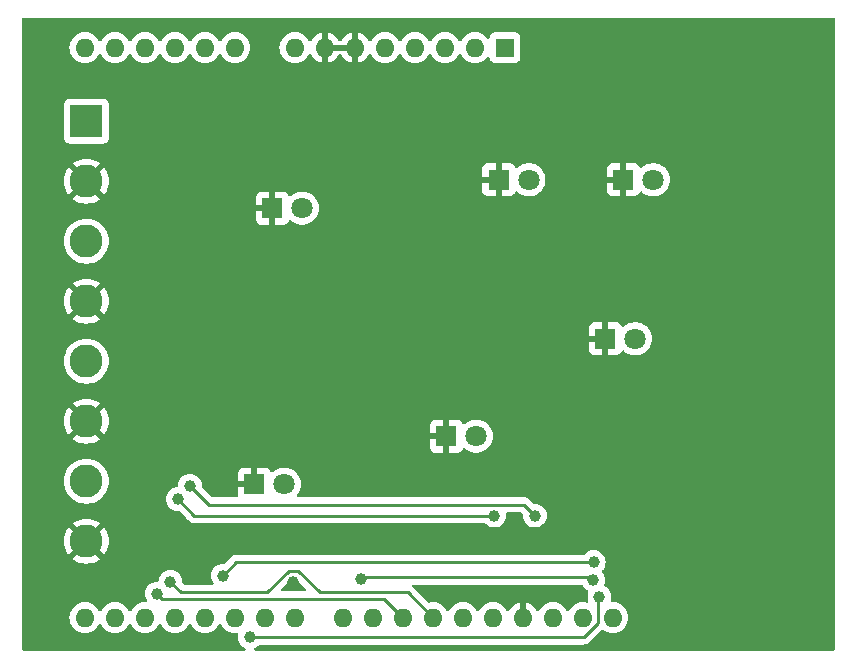
<source format=gbr>
%TF.GenerationSoftware,KiCad,Pcbnew,7.0.10*%
%TF.CreationDate,2024-04-13T12:41:34+02:00*%
%TF.ProjectId,jeopardy_pcb,6a656f70-6172-4647-995f-7063622e6b69,rev?*%
%TF.SameCoordinates,Original*%
%TF.FileFunction,Copper,L2,Bot*%
%TF.FilePolarity,Positive*%
%FSLAX46Y46*%
G04 Gerber Fmt 4.6, Leading zero omitted, Abs format (unit mm)*
G04 Created by KiCad (PCBNEW 7.0.10) date 2024-04-13 12:41:34*
%MOMM*%
%LPD*%
G01*
G04 APERTURE LIST*
%TA.AperFunction,ComponentPad*%
%ADD10R,1.800000X1.800000*%
%TD*%
%TA.AperFunction,ComponentPad*%
%ADD11C,1.800000*%
%TD*%
%TA.AperFunction,ComponentPad*%
%ADD12R,2.800000X2.800000*%
%TD*%
%TA.AperFunction,ComponentPad*%
%ADD13C,2.800000*%
%TD*%
%TA.AperFunction,ComponentPad*%
%ADD14R,1.600000X1.600000*%
%TD*%
%TA.AperFunction,ComponentPad*%
%ADD15O,1.600000X1.600000*%
%TD*%
%TA.AperFunction,ViaPad*%
%ADD16C,1.000000*%
%TD*%
%TA.AperFunction,Conductor*%
%ADD17C,0.250000*%
%TD*%
G04 APERTURE END LIST*
D10*
%TO.P,D4,1,K*%
%TO.N,GND*%
X106680000Y-83566000D03*
D11*
%TO.P,D4,2,A*%
%TO.N,Net-(D4-A)*%
X109220000Y-83566000D03*
%TD*%
D12*
%TO.P,J1,1,Pin_1*%
%TO.N,D*%
X61214000Y-78613000D03*
D13*
%TO.P,J1,2,Pin_2*%
%TO.N,GND*%
X61214000Y-83693000D03*
%TO.P,J1,3,Pin_3*%
%TO.N,C*%
X61214000Y-88773000D03*
%TO.P,J1,4,Pin_4*%
%TO.N,GND*%
X61214000Y-93853000D03*
%TO.P,J1,5,Pin_5*%
%TO.N,B*%
X61214000Y-98933000D03*
%TO.P,J1,6,Pin_6*%
%TO.N,GND*%
X61214000Y-104013000D03*
%TO.P,J1,7,Pin_7*%
%TO.N,A*%
X61214000Y-109093000D03*
%TO.P,J1,8,Pin_8*%
%TO.N,GND*%
X61214000Y-114173000D03*
%TD*%
D10*
%TO.P,D5,1,K*%
%TO.N,GND*%
X96139000Y-83566000D03*
D11*
%TO.P,D5,2,A*%
%TO.N,Net-(D5-A)*%
X98679000Y-83566000D03*
%TD*%
D10*
%TO.P,D1,1,K*%
%TO.N,GND*%
X91694000Y-105283000D03*
D11*
%TO.P,D1,2,A*%
%TO.N,Net-(D1-A)*%
X94234000Y-105283000D03*
%TD*%
D10*
%TO.P,D2,1,K*%
%TO.N,GND*%
X75438000Y-109347000D03*
D11*
%TO.P,D2,2,A*%
%TO.N,Net-(D2-A)*%
X77978000Y-109347000D03*
%TD*%
D10*
%TO.P,D3,1,K*%
%TO.N,GND*%
X105156000Y-97028000D03*
D11*
%TO.P,D3,2,A*%
%TO.N,Net-(D3-A)*%
X107696000Y-97028000D03*
%TD*%
D10*
%TO.P,D6,1,K*%
%TO.N,GND*%
X76962000Y-85979000D03*
D11*
%TO.P,D6,2,A*%
%TO.N,Net-(D6-A)*%
X79502000Y-85979000D03*
%TD*%
D14*
%TO.P,A1,1,NC*%
%TO.N,unconnected-(A1-NC-Pad1)*%
X96647000Y-72390000D03*
D15*
%TO.P,A1,2,IOREF*%
%TO.N,unconnected-(A1-IOREF-Pad2)*%
X94107000Y-72390000D03*
%TO.P,A1,3,~{RESET}*%
%TO.N,unconnected-(A1-~{RESET}-Pad3)*%
X91567000Y-72390000D03*
%TO.P,A1,4,3V3*%
%TO.N,unconnected-(A1-3V3-Pad4)*%
X89027000Y-72390000D03*
%TO.P,A1,5,+5V*%
%TO.N,+5V*%
X86487000Y-72390000D03*
%TO.P,A1,6,GND*%
%TO.N,GND*%
X83947000Y-72390000D03*
%TO.P,A1,7,GND*%
X81407000Y-72390000D03*
%TO.P,A1,8,VIN*%
%TO.N,unconnected-(A1-VIN-Pad8)*%
X78867000Y-72390000D03*
%TO.P,A1,9,A0*%
%TO.N,unconnected-(A1-A0-Pad9)*%
X73787000Y-72390000D03*
%TO.P,A1,10,A1*%
%TO.N,unconnected-(A1-A1-Pad10)*%
X71247000Y-72390000D03*
%TO.P,A1,11,A2*%
%TO.N,unconnected-(A1-A2-Pad11)*%
X68707000Y-72390000D03*
%TO.P,A1,12,A3*%
%TO.N,unconnected-(A1-A3-Pad12)*%
X66167000Y-72390000D03*
%TO.P,A1,13,A4*%
%TO.N,unconnected-(A1-A4-Pad13)*%
X63627000Y-72390000D03*
%TO.P,A1,14,A5*%
%TO.N,unconnected-(A1-A5-Pad14)*%
X61087000Y-72390000D03*
%TO.P,A1,15,D0/RX*%
%TO.N,unconnected-(A1-D0{slash}RX-Pad15)*%
X61087000Y-120650000D03*
%TO.P,A1,16,D1/TX*%
%TO.N,unconnected-(A1-D1{slash}TX-Pad16)*%
X63627000Y-120650000D03*
%TO.P,A1,17,D2/SDA*%
%TO.N,unconnected-(A1-D2{slash}SDA-Pad17)*%
X66167000Y-120650000D03*
%TO.P,A1,18,D3/SCL*%
%TO.N,unconnected-(A1-D3{slash}SCL-Pad18)*%
X68707000Y-120650000D03*
%TO.P,A1,19,D4*%
%TO.N,LED_A*%
X71247000Y-120650000D03*
%TO.P,A1,20,D5*%
%TO.N,LED_B*%
X73787000Y-120650000D03*
%TO.P,A1,21,D6*%
%TO.N,LED_C*%
X76327000Y-120650000D03*
%TO.P,A1,22,D7*%
%TO.N,LED_D*%
X78867000Y-120650000D03*
%TO.P,A1,23,D8*%
%TO.N,LED_E*%
X82927000Y-120650000D03*
%TO.P,A1,24,D9*%
%TO.N,LED_F*%
X85467000Y-120650000D03*
%TO.P,A1,25,D10*%
%TO.N,A*%
X88007000Y-120650000D03*
%TO.P,A1,26,D11*%
%TO.N,B*%
X90547000Y-120650000D03*
%TO.P,A1,27,D12*%
%TO.N,C*%
X93087000Y-120650000D03*
%TO.P,A1,28,D13*%
%TO.N,D*%
X95627000Y-120650000D03*
%TO.P,A1,29,GND*%
%TO.N,GND*%
X98167000Y-120650000D03*
%TO.P,A1,30,AREF*%
%TO.N,unconnected-(A1-AREF-Pad30)*%
X100707000Y-120650000D03*
%TO.P,A1,31,SDA/D2*%
%TO.N,unconnected-(A1-SDA{slash}D2-Pad31)*%
X103247000Y-120650000D03*
%TO.P,A1,32,SCL/D3*%
%TO.N,unconnected-(A1-SCL{slash}D3-Pad32)*%
X105787000Y-120650000D03*
%TD*%
D16*
%TO.N,GND*%
X79248000Y-98044000D03*
X101727000Y-114046000D03*
X97790000Y-114046000D03*
X94107000Y-113919000D03*
X78740000Y-117602000D03*
X90297000Y-113919000D03*
%TO.N,LED_A*%
X104167000Y-115951000D03*
X72771000Y-117094000D03*
%TO.N,LED_B*%
X75057000Y-122301000D03*
X104648000Y-118872000D03*
%TO.N,LED_E*%
X104134763Y-117461036D03*
X84455000Y-117348000D03*
%TO.N,A*%
X67183000Y-118618000D03*
%TO.N,B*%
X68326000Y-117602000D03*
%TO.N,C*%
X68961000Y-110617000D03*
X95758000Y-112014000D03*
%TO.N,D*%
X69977000Y-109474000D03*
X99187000Y-112014000D03*
%TD*%
D17*
%TO.N,LED_A*%
X104167000Y-115951000D02*
X73914000Y-115951000D01*
X73914000Y-115951000D02*
X72771000Y-117094000D01*
%TO.N,LED_B*%
X104562000Y-118958000D02*
X104562000Y-121067412D01*
X104562000Y-121067412D02*
X103328412Y-122301000D01*
X104648000Y-118872000D02*
X104562000Y-118958000D01*
X103328412Y-122301000D02*
X75057000Y-122301000D01*
%TO.N,LED_E*%
X84455000Y-117348000D02*
X84582000Y-117221000D01*
X84582000Y-117221000D02*
X103894727Y-117221000D01*
X103894727Y-117221000D02*
X104134763Y-117461036D01*
%TO.N,A*%
X67627000Y-119062000D02*
X67183000Y-118618000D01*
X88007000Y-120650000D02*
X86419000Y-119062000D01*
X86419000Y-119062000D02*
X67627000Y-119062000D01*
%TO.N,B*%
X69236000Y-118512000D02*
X76521852Y-118512000D01*
X88409000Y-118512000D02*
X90547000Y-120650000D01*
X80958148Y-118512000D02*
X88409000Y-118512000D01*
X78356852Y-116677000D02*
X79123148Y-116677000D01*
X68326000Y-117602000D02*
X69236000Y-118512000D01*
X76521852Y-118512000D02*
X78356852Y-116677000D01*
X79123148Y-116677000D02*
X80958148Y-118512000D01*
%TO.N,C*%
X95758000Y-112014000D02*
X70358000Y-112014000D01*
X70358000Y-112014000D02*
X68961000Y-110617000D01*
%TO.N,D*%
X98262000Y-111089000D02*
X71592000Y-111089000D01*
X99187000Y-112014000D02*
X98262000Y-111089000D01*
X71592000Y-111089000D02*
X69977000Y-109474000D01*
%TD*%
%TA.AperFunction,Conductor*%
%TO.N,GND*%
G36*
X83487507Y-72180156D02*
G01*
X83447000Y-72318111D01*
X83447000Y-72461889D01*
X83487507Y-72599844D01*
X83513314Y-72640000D01*
X81840686Y-72640000D01*
X81866493Y-72599844D01*
X81907000Y-72461889D01*
X81907000Y-72318111D01*
X81866493Y-72180156D01*
X81840686Y-72140000D01*
X83513314Y-72140000D01*
X83487507Y-72180156D01*
G37*
%TD.AperFunction*%
%TA.AperFunction,Conductor*%
G36*
X124529539Y-69870185D02*
G01*
X124575294Y-69922989D01*
X124586500Y-69974500D01*
X124586500Y-123319500D01*
X124566815Y-123386539D01*
X124514011Y-123432294D01*
X124462500Y-123443500D01*
X75536985Y-123443500D01*
X75469946Y-123423815D01*
X75424191Y-123371011D01*
X75414247Y-123301853D01*
X75443272Y-123238297D01*
X75478532Y-123210142D01*
X75615532Y-123136913D01*
X75615538Y-123136910D01*
X75767883Y-123011883D01*
X75800750Y-122971835D01*
X75858495Y-122932501D01*
X75896603Y-122926500D01*
X103245669Y-122926500D01*
X103261289Y-122928224D01*
X103261316Y-122927939D01*
X103269072Y-122928671D01*
X103269079Y-122928673D01*
X103336285Y-122926561D01*
X103340180Y-122926500D01*
X103367758Y-122926500D01*
X103367762Y-122926500D01*
X103371736Y-122925997D01*
X103383375Y-122925080D01*
X103427039Y-122923709D01*
X103446281Y-122918117D01*
X103465324Y-122914174D01*
X103485204Y-122911664D01*
X103525813Y-122895585D01*
X103536856Y-122891803D01*
X103578802Y-122879618D01*
X103596041Y-122869422D01*
X103613515Y-122860862D01*
X103632139Y-122853488D01*
X103632139Y-122853487D01*
X103632144Y-122853486D01*
X103667495Y-122827800D01*
X103677226Y-122821408D01*
X103714832Y-122799170D01*
X103729001Y-122784999D01*
X103743791Y-122772368D01*
X103759999Y-122760594D01*
X103787850Y-122726926D01*
X103795691Y-122718309D01*
X104824939Y-121689062D01*
X104886260Y-121655579D01*
X104955952Y-121660563D01*
X104983739Y-121675169D01*
X105134266Y-121780568D01*
X105340504Y-121876739D01*
X105560308Y-121935635D01*
X105722230Y-121949801D01*
X105786998Y-121955468D01*
X105787000Y-121955468D01*
X105787002Y-121955468D01*
X105843673Y-121950509D01*
X106013692Y-121935635D01*
X106233496Y-121876739D01*
X106439734Y-121780568D01*
X106626139Y-121650047D01*
X106787047Y-121489139D01*
X106917568Y-121302734D01*
X107013739Y-121096496D01*
X107072635Y-120876692D01*
X107092468Y-120650000D01*
X107072635Y-120423308D01*
X107013739Y-120203504D01*
X106917568Y-119997266D01*
X106787047Y-119810861D01*
X106787045Y-119810858D01*
X106626141Y-119649954D01*
X106439734Y-119519432D01*
X106439732Y-119519431D01*
X106233497Y-119423261D01*
X106233488Y-119423258D01*
X106013697Y-119364366D01*
X106013693Y-119364365D01*
X106013692Y-119364365D01*
X106013691Y-119364364D01*
X106013686Y-119364364D01*
X105787002Y-119344532D01*
X105786998Y-119344532D01*
X105726429Y-119349831D01*
X105657929Y-119336064D01*
X105607746Y-119287449D01*
X105591813Y-119219420D01*
X105596962Y-119190307D01*
X105612981Y-119137500D01*
X105634024Y-119068132D01*
X105653341Y-118872000D01*
X105634024Y-118675868D01*
X105576814Y-118487273D01*
X105576811Y-118487269D01*
X105576811Y-118487266D01*
X105483913Y-118313467D01*
X105483909Y-118313460D01*
X105358883Y-118161116D01*
X105206539Y-118036090D01*
X105206532Y-118036086D01*
X105123591Y-117991753D01*
X105073747Y-117942791D01*
X105058286Y-117874653D01*
X105063384Y-117846399D01*
X105104177Y-117711923D01*
X105120787Y-117657168D01*
X105140104Y-117461036D01*
X105120787Y-117264904D01*
X105063577Y-117076309D01*
X105063574Y-117076305D01*
X105063574Y-117076302D01*
X104970676Y-116902503D01*
X104970672Y-116902496D01*
X104890103Y-116804323D01*
X104862790Y-116740013D01*
X104874581Y-116671145D01*
X104890103Y-116646993D01*
X104947955Y-116576500D01*
X105002910Y-116509538D01*
X105049362Y-116422632D01*
X105095811Y-116335733D01*
X105095811Y-116335732D01*
X105095814Y-116335727D01*
X105153024Y-116147132D01*
X105172341Y-115951000D01*
X105153024Y-115754868D01*
X105095814Y-115566273D01*
X105095811Y-115566269D01*
X105095811Y-115566266D01*
X105002913Y-115392467D01*
X105002909Y-115392460D01*
X104877883Y-115240116D01*
X104725539Y-115115090D01*
X104725532Y-115115086D01*
X104551733Y-115022188D01*
X104551727Y-115022186D01*
X104363132Y-114964976D01*
X104363129Y-114964975D01*
X104167000Y-114945659D01*
X103970870Y-114964975D01*
X103782266Y-115022188D01*
X103608467Y-115115086D01*
X103608460Y-115115090D01*
X103456116Y-115240116D01*
X103423250Y-115280165D01*
X103365505Y-115319499D01*
X103327397Y-115325500D01*
X73996738Y-115325500D01*
X73981121Y-115323776D01*
X73981094Y-115324062D01*
X73973332Y-115323327D01*
X73906145Y-115325439D01*
X73902251Y-115325500D01*
X73874650Y-115325500D01*
X73870962Y-115325965D01*
X73870649Y-115326005D01*
X73859031Y-115326918D01*
X73815373Y-115328290D01*
X73815372Y-115328290D01*
X73796129Y-115333881D01*
X73777079Y-115337825D01*
X73757211Y-115340334D01*
X73757210Y-115340334D01*
X73716599Y-115356413D01*
X73705554Y-115360194D01*
X73663614Y-115372379D01*
X73663610Y-115372381D01*
X73646366Y-115382579D01*
X73628905Y-115391133D01*
X73610274Y-115398510D01*
X73610262Y-115398517D01*
X73574933Y-115424185D01*
X73565173Y-115430596D01*
X73527580Y-115452829D01*
X73513414Y-115466995D01*
X73498624Y-115479627D01*
X73482414Y-115491404D01*
X73482411Y-115491407D01*
X73454573Y-115525058D01*
X73446711Y-115533697D01*
X72922394Y-116058014D01*
X72861071Y-116091499D01*
X72822562Y-116093736D01*
X72771003Y-116088659D01*
X72771000Y-116088659D01*
X72574870Y-116107975D01*
X72386266Y-116165188D01*
X72212467Y-116258086D01*
X72212460Y-116258090D01*
X72060116Y-116383116D01*
X71935090Y-116535460D01*
X71935086Y-116535467D01*
X71842188Y-116709266D01*
X71784975Y-116897870D01*
X71765659Y-117094000D01*
X71784975Y-117290129D01*
X71794699Y-117322185D01*
X71836819Y-117461036D01*
X71842188Y-117478733D01*
X71935086Y-117652532D01*
X71935090Y-117652538D01*
X71960775Y-117683836D01*
X71988087Y-117748146D01*
X71976296Y-117817013D01*
X71929143Y-117868573D01*
X71864921Y-117886500D01*
X69546453Y-117886500D01*
X69479414Y-117866815D01*
X69458772Y-117850181D01*
X69361984Y-117753393D01*
X69328499Y-117692070D01*
X69326262Y-117653561D01*
X69331341Y-117602000D01*
X69312024Y-117405868D01*
X69254814Y-117217273D01*
X69254811Y-117217269D01*
X69254811Y-117217266D01*
X69161913Y-117043467D01*
X69161909Y-117043460D01*
X69036883Y-116891116D01*
X68884539Y-116766090D01*
X68884532Y-116766086D01*
X68710733Y-116673188D01*
X68710727Y-116673186D01*
X68522132Y-116615976D01*
X68522129Y-116615975D01*
X68326000Y-116596659D01*
X68129870Y-116615975D01*
X67941266Y-116673188D01*
X67767467Y-116766086D01*
X67767460Y-116766090D01*
X67615116Y-116891116D01*
X67490090Y-117043460D01*
X67490086Y-117043467D01*
X67397188Y-117217266D01*
X67339975Y-117405870D01*
X67330450Y-117502582D01*
X67304289Y-117567369D01*
X67247254Y-117607727D01*
X67194896Y-117613830D01*
X67183004Y-117612659D01*
X67183000Y-117612659D01*
X66986870Y-117631975D01*
X66798266Y-117689188D01*
X66624467Y-117782086D01*
X66624460Y-117782090D01*
X66472116Y-117907116D01*
X66347090Y-118059460D01*
X66347086Y-118059467D01*
X66254188Y-118233266D01*
X66196975Y-118421870D01*
X66177659Y-118618000D01*
X66196975Y-118814129D01*
X66254188Y-119002733D01*
X66342185Y-119167364D01*
X66356427Y-119235767D01*
X66331427Y-119301011D01*
X66275122Y-119342381D01*
X66222021Y-119349345D01*
X66167003Y-119344532D01*
X66166998Y-119344532D01*
X65940313Y-119364364D01*
X65940302Y-119364366D01*
X65720511Y-119423258D01*
X65720502Y-119423261D01*
X65514267Y-119519431D01*
X65514265Y-119519432D01*
X65327858Y-119649954D01*
X65166954Y-119810858D01*
X65036432Y-119997265D01*
X65036431Y-119997267D01*
X65009382Y-120055275D01*
X64963209Y-120107714D01*
X64896016Y-120126866D01*
X64829135Y-120106650D01*
X64784618Y-120055275D01*
X64757686Y-119997520D01*
X64757568Y-119997266D01*
X64627047Y-119810861D01*
X64627045Y-119810858D01*
X64466141Y-119649954D01*
X64279734Y-119519432D01*
X64279732Y-119519431D01*
X64073497Y-119423261D01*
X64073488Y-119423258D01*
X63853697Y-119364366D01*
X63853693Y-119364365D01*
X63853692Y-119364365D01*
X63853691Y-119364364D01*
X63853686Y-119364364D01*
X63627002Y-119344532D01*
X63626998Y-119344532D01*
X63400313Y-119364364D01*
X63400302Y-119364366D01*
X63180511Y-119423258D01*
X63180502Y-119423261D01*
X62974267Y-119519431D01*
X62974265Y-119519432D01*
X62787858Y-119649954D01*
X62626954Y-119810858D01*
X62496432Y-119997265D01*
X62496431Y-119997267D01*
X62469382Y-120055275D01*
X62423209Y-120107714D01*
X62356016Y-120126866D01*
X62289135Y-120106650D01*
X62244618Y-120055275D01*
X62217686Y-119997520D01*
X62217568Y-119997266D01*
X62087047Y-119810861D01*
X62087045Y-119810858D01*
X61926141Y-119649954D01*
X61739734Y-119519432D01*
X61739732Y-119519431D01*
X61533497Y-119423261D01*
X61533488Y-119423258D01*
X61313697Y-119364366D01*
X61313693Y-119364365D01*
X61313692Y-119364365D01*
X61313691Y-119364364D01*
X61313686Y-119364364D01*
X61087002Y-119344532D01*
X61086998Y-119344532D01*
X60860313Y-119364364D01*
X60860302Y-119364366D01*
X60640511Y-119423258D01*
X60640502Y-119423261D01*
X60434267Y-119519431D01*
X60434265Y-119519432D01*
X60247858Y-119649954D01*
X60086954Y-119810858D01*
X59956432Y-119997265D01*
X59956431Y-119997267D01*
X59860261Y-120203502D01*
X59860258Y-120203511D01*
X59801366Y-120423302D01*
X59801364Y-120423313D01*
X59781532Y-120649998D01*
X59781532Y-120650001D01*
X59801364Y-120876686D01*
X59801366Y-120876697D01*
X59860258Y-121096488D01*
X59860261Y-121096497D01*
X59956431Y-121302732D01*
X59956432Y-121302734D01*
X60086954Y-121489141D01*
X60247858Y-121650045D01*
X60265165Y-121662163D01*
X60434266Y-121780568D01*
X60640504Y-121876739D01*
X60860308Y-121935635D01*
X61022230Y-121949801D01*
X61086998Y-121955468D01*
X61087000Y-121955468D01*
X61087002Y-121955468D01*
X61143673Y-121950509D01*
X61313692Y-121935635D01*
X61533496Y-121876739D01*
X61739734Y-121780568D01*
X61926139Y-121650047D01*
X62087047Y-121489139D01*
X62217568Y-121302734D01*
X62244618Y-121244724D01*
X62290790Y-121192285D01*
X62357983Y-121173133D01*
X62424865Y-121193348D01*
X62469382Y-121244725D01*
X62496429Y-121302728D01*
X62496432Y-121302734D01*
X62626954Y-121489141D01*
X62787858Y-121650045D01*
X62805165Y-121662163D01*
X62974266Y-121780568D01*
X63180504Y-121876739D01*
X63400308Y-121935635D01*
X63562230Y-121949801D01*
X63626998Y-121955468D01*
X63627000Y-121955468D01*
X63627002Y-121955468D01*
X63683673Y-121950509D01*
X63853692Y-121935635D01*
X64073496Y-121876739D01*
X64279734Y-121780568D01*
X64466139Y-121650047D01*
X64627047Y-121489139D01*
X64757568Y-121302734D01*
X64784618Y-121244724D01*
X64830790Y-121192285D01*
X64897983Y-121173133D01*
X64964865Y-121193348D01*
X65009382Y-121244725D01*
X65036429Y-121302728D01*
X65036432Y-121302734D01*
X65166954Y-121489141D01*
X65327858Y-121650045D01*
X65345165Y-121662163D01*
X65514266Y-121780568D01*
X65720504Y-121876739D01*
X65940308Y-121935635D01*
X66102230Y-121949801D01*
X66166998Y-121955468D01*
X66167000Y-121955468D01*
X66167002Y-121955468D01*
X66223673Y-121950509D01*
X66393692Y-121935635D01*
X66613496Y-121876739D01*
X66819734Y-121780568D01*
X67006139Y-121650047D01*
X67167047Y-121489139D01*
X67297568Y-121302734D01*
X67324618Y-121244724D01*
X67370790Y-121192285D01*
X67437983Y-121173133D01*
X67504865Y-121193348D01*
X67549382Y-121244725D01*
X67576429Y-121302728D01*
X67576432Y-121302734D01*
X67706954Y-121489141D01*
X67867858Y-121650045D01*
X67885165Y-121662163D01*
X68054266Y-121780568D01*
X68260504Y-121876739D01*
X68480308Y-121935635D01*
X68642230Y-121949801D01*
X68706998Y-121955468D01*
X68707000Y-121955468D01*
X68707002Y-121955468D01*
X68763673Y-121950509D01*
X68933692Y-121935635D01*
X69153496Y-121876739D01*
X69359734Y-121780568D01*
X69546139Y-121650047D01*
X69707047Y-121489139D01*
X69837568Y-121302734D01*
X69864618Y-121244724D01*
X69910790Y-121192285D01*
X69977983Y-121173133D01*
X70044865Y-121193348D01*
X70089382Y-121244725D01*
X70116429Y-121302728D01*
X70116432Y-121302734D01*
X70246954Y-121489141D01*
X70407858Y-121650045D01*
X70425165Y-121662163D01*
X70594266Y-121780568D01*
X70800504Y-121876739D01*
X71020308Y-121935635D01*
X71182230Y-121949801D01*
X71246998Y-121955468D01*
X71247000Y-121955468D01*
X71247002Y-121955468D01*
X71303673Y-121950509D01*
X71473692Y-121935635D01*
X71693496Y-121876739D01*
X71899734Y-121780568D01*
X72086139Y-121650047D01*
X72247047Y-121489139D01*
X72377568Y-121302734D01*
X72404618Y-121244724D01*
X72450790Y-121192285D01*
X72517983Y-121173133D01*
X72584865Y-121193348D01*
X72629382Y-121244725D01*
X72656429Y-121302728D01*
X72656432Y-121302734D01*
X72786954Y-121489141D01*
X72947858Y-121650045D01*
X72965165Y-121662163D01*
X73134266Y-121780568D01*
X73340504Y-121876739D01*
X73560308Y-121935635D01*
X73722230Y-121949801D01*
X73786998Y-121955468D01*
X73787000Y-121955468D01*
X73787001Y-121955468D01*
X73802125Y-121954144D01*
X73942567Y-121941857D01*
X74011065Y-121955623D01*
X74061248Y-122004238D01*
X74077182Y-122072267D01*
X74072035Y-122101377D01*
X74070975Y-122104868D01*
X74051659Y-122301000D01*
X74070975Y-122497129D01*
X74128188Y-122685733D01*
X74221086Y-122859532D01*
X74221090Y-122859539D01*
X74346116Y-123011883D01*
X74498460Y-123136909D01*
X74498467Y-123136913D01*
X74635468Y-123210142D01*
X74685312Y-123259104D01*
X74700773Y-123327242D01*
X74676941Y-123392921D01*
X74621384Y-123435290D01*
X74577015Y-123443500D01*
X55877500Y-123443500D01*
X55810461Y-123423815D01*
X55764706Y-123371011D01*
X55753500Y-123319500D01*
X55753500Y-114173001D01*
X59309147Y-114173001D01*
X59328536Y-114444090D01*
X59328537Y-114444097D01*
X59386305Y-114709654D01*
X59481285Y-114964306D01*
X59481287Y-114964310D01*
X59611532Y-115202835D01*
X59611537Y-115202843D01*
X59705321Y-115328123D01*
X59705322Y-115328124D01*
X60444274Y-114589172D01*
X60485501Y-114666934D01*
X60608714Y-114811992D01*
X60760230Y-114927171D01*
X60796568Y-114943983D01*
X60058874Y-115681676D01*
X60184163Y-115775466D01*
X60184164Y-115775467D01*
X60422689Y-115905712D01*
X60422693Y-115905714D01*
X60677345Y-116000694D01*
X60942902Y-116058462D01*
X60942909Y-116058463D01*
X61213999Y-116077853D01*
X61214001Y-116077853D01*
X61485090Y-116058463D01*
X61485097Y-116058462D01*
X61750654Y-116000694D01*
X62005306Y-115905714D01*
X62005310Y-115905712D01*
X62243844Y-115775462D01*
X62369123Y-115681677D01*
X62369124Y-115681676D01*
X61630826Y-114943378D01*
X61746650Y-114873689D01*
X61884825Y-114742804D01*
X61986861Y-114592309D01*
X62722676Y-115328124D01*
X62722677Y-115328123D01*
X62816462Y-115202844D01*
X62946712Y-114964310D01*
X62946714Y-114964306D01*
X63041694Y-114709654D01*
X63099462Y-114444097D01*
X63099463Y-114444090D01*
X63118853Y-114173001D01*
X63118853Y-114172998D01*
X63099463Y-113901909D01*
X63099462Y-113901902D01*
X63041694Y-113636345D01*
X62946714Y-113381693D01*
X62946712Y-113381689D01*
X62816467Y-113143164D01*
X62816466Y-113143163D01*
X62722676Y-113017874D01*
X61983724Y-113756826D01*
X61942499Y-113679066D01*
X61819286Y-113534008D01*
X61667770Y-113418829D01*
X61631430Y-113402016D01*
X62369124Y-112664322D01*
X62369123Y-112664321D01*
X62243843Y-112570537D01*
X62243835Y-112570532D01*
X62005310Y-112440287D01*
X62005306Y-112440285D01*
X61750654Y-112345305D01*
X61485097Y-112287537D01*
X61485090Y-112287536D01*
X61214001Y-112268147D01*
X61213999Y-112268147D01*
X60942909Y-112287536D01*
X60942902Y-112287537D01*
X60677345Y-112345305D01*
X60422693Y-112440285D01*
X60422689Y-112440287D01*
X60184164Y-112570532D01*
X60184156Y-112570537D01*
X60058875Y-112664321D01*
X60058874Y-112664322D01*
X60797173Y-113402621D01*
X60681350Y-113472311D01*
X60543175Y-113603196D01*
X60441138Y-113753690D01*
X59705322Y-113017874D01*
X59705321Y-113017875D01*
X59611537Y-113143156D01*
X59611532Y-113143164D01*
X59481287Y-113381689D01*
X59481285Y-113381693D01*
X59386305Y-113636345D01*
X59328537Y-113901902D01*
X59328536Y-113901909D01*
X59309147Y-114172998D01*
X59309147Y-114173001D01*
X55753500Y-114173001D01*
X55753500Y-109093001D01*
X59308645Y-109093001D01*
X59328039Y-109364160D01*
X59328040Y-109364167D01*
X59381878Y-109611659D01*
X59385825Y-109629801D01*
X59433274Y-109757016D01*
X59480830Y-109884519D01*
X59611109Y-110123107D01*
X59611110Y-110123108D01*
X59611113Y-110123113D01*
X59774029Y-110340742D01*
X59774033Y-110340746D01*
X59774038Y-110340752D01*
X59966247Y-110532961D01*
X59966253Y-110532966D01*
X59966258Y-110532971D01*
X60183887Y-110695887D01*
X60183891Y-110695889D01*
X60183892Y-110695890D01*
X60422481Y-110826169D01*
X60422480Y-110826169D01*
X60422484Y-110826170D01*
X60422487Y-110826172D01*
X60677199Y-110921175D01*
X60942840Y-110978961D01*
X61194605Y-110996967D01*
X61213999Y-110998355D01*
X61214000Y-110998355D01*
X61214001Y-110998355D01*
X61232100Y-110997060D01*
X61485160Y-110978961D01*
X61750801Y-110921175D01*
X62005513Y-110826172D01*
X62005517Y-110826169D01*
X62005519Y-110826169D01*
X62124813Y-110761029D01*
X62244113Y-110695887D01*
X62349493Y-110617000D01*
X67955659Y-110617000D01*
X67974975Y-110813129D01*
X67974976Y-110813132D01*
X68025279Y-110978959D01*
X68032188Y-111001733D01*
X68125086Y-111175532D01*
X68125090Y-111175539D01*
X68250116Y-111327883D01*
X68402460Y-111452909D01*
X68402467Y-111452913D01*
X68576266Y-111545811D01*
X68576269Y-111545811D01*
X68576273Y-111545814D01*
X68764868Y-111603024D01*
X68961000Y-111622341D01*
X69012560Y-111617262D01*
X69081203Y-111630280D01*
X69112393Y-111652983D01*
X69669538Y-112210129D01*
X69857197Y-112397788D01*
X69867022Y-112410051D01*
X69867243Y-112409869D01*
X69872211Y-112415874D01*
X69921222Y-112461899D01*
X69924021Y-112464612D01*
X69943522Y-112484114D01*
X69943526Y-112484117D01*
X69943529Y-112484120D01*
X69946702Y-112486581D01*
X69955574Y-112494159D01*
X69987418Y-112524062D01*
X70004976Y-112533714D01*
X70021235Y-112544395D01*
X70037064Y-112556673D01*
X70077155Y-112574021D01*
X70087626Y-112579151D01*
X70110180Y-112591550D01*
X70125902Y-112600194D01*
X70125904Y-112600195D01*
X70125908Y-112600197D01*
X70145316Y-112605180D01*
X70163719Y-112611481D01*
X70182101Y-112619436D01*
X70182102Y-112619436D01*
X70182104Y-112619437D01*
X70225250Y-112626270D01*
X70236672Y-112628636D01*
X70278981Y-112639500D01*
X70299016Y-112639500D01*
X70318414Y-112641026D01*
X70338194Y-112644159D01*
X70338195Y-112644160D01*
X70338195Y-112644159D01*
X70338196Y-112644160D01*
X70381675Y-112640050D01*
X70393344Y-112639500D01*
X94918397Y-112639500D01*
X94985436Y-112659185D01*
X95014250Y-112684835D01*
X95047116Y-112724883D01*
X95199460Y-112849909D01*
X95199467Y-112849913D01*
X95373266Y-112942811D01*
X95373269Y-112942811D01*
X95373273Y-112942814D01*
X95561868Y-113000024D01*
X95758000Y-113019341D01*
X95954132Y-113000024D01*
X96142727Y-112942814D01*
X96316538Y-112849910D01*
X96468883Y-112724883D01*
X96593910Y-112572538D01*
X96680761Y-112410051D01*
X96686811Y-112398733D01*
X96686811Y-112398732D01*
X96686814Y-112398727D01*
X96744024Y-112210132D01*
X96763341Y-112014000D01*
X96747253Y-111850653D01*
X96760272Y-111782008D01*
X96808337Y-111731298D01*
X96870656Y-111714500D01*
X97951548Y-111714500D01*
X98018587Y-111734185D01*
X98039229Y-111750819D01*
X98151015Y-111862605D01*
X98184500Y-111923928D01*
X98186737Y-111962439D01*
X98181659Y-112013999D01*
X98200975Y-112210129D01*
X98258188Y-112398733D01*
X98351086Y-112572532D01*
X98351090Y-112572539D01*
X98476116Y-112724883D01*
X98628460Y-112849909D01*
X98628467Y-112849913D01*
X98802266Y-112942811D01*
X98802269Y-112942811D01*
X98802273Y-112942814D01*
X98990868Y-113000024D01*
X99187000Y-113019341D01*
X99383132Y-113000024D01*
X99571727Y-112942814D01*
X99745538Y-112849910D01*
X99897883Y-112724883D01*
X100022910Y-112572538D01*
X100109761Y-112410051D01*
X100115811Y-112398733D01*
X100115811Y-112398732D01*
X100115814Y-112398727D01*
X100173024Y-112210132D01*
X100192341Y-112014000D01*
X100173024Y-111817868D01*
X100115814Y-111629273D01*
X100115811Y-111629269D01*
X100115811Y-111629266D01*
X100022913Y-111455467D01*
X100022909Y-111455460D01*
X99897883Y-111303116D01*
X99745539Y-111178090D01*
X99745532Y-111178086D01*
X99571733Y-111085188D01*
X99571727Y-111085186D01*
X99383132Y-111027976D01*
X99383129Y-111027975D01*
X99187000Y-111008659D01*
X99186997Y-111008659D01*
X99135437Y-111013736D01*
X99066791Y-111000716D01*
X99035605Y-110978014D01*
X98762803Y-110705212D01*
X98752980Y-110692950D01*
X98752759Y-110693134D01*
X98747786Y-110687122D01*
X98698776Y-110641099D01*
X98695977Y-110638386D01*
X98676477Y-110618885D01*
X98676471Y-110618880D01*
X98673286Y-110616409D01*
X98664434Y-110608848D01*
X98632582Y-110578938D01*
X98632580Y-110578936D01*
X98632577Y-110578935D01*
X98615029Y-110569288D01*
X98598763Y-110558604D01*
X98582932Y-110546324D01*
X98542849Y-110528978D01*
X98532363Y-110523841D01*
X98494094Y-110502803D01*
X98494092Y-110502802D01*
X98474693Y-110497822D01*
X98456281Y-110491518D01*
X98437898Y-110483562D01*
X98437892Y-110483560D01*
X98394760Y-110476729D01*
X98383322Y-110474361D01*
X98341020Y-110463500D01*
X98341019Y-110463500D01*
X98320984Y-110463500D01*
X98301586Y-110461973D01*
X98294162Y-110460797D01*
X98281805Y-110458840D01*
X98281804Y-110458840D01*
X98238325Y-110462950D01*
X98226656Y-110463500D01*
X79136448Y-110463500D01*
X79069409Y-110443815D01*
X79023654Y-110391011D01*
X79013710Y-110321853D01*
X79042735Y-110258297D01*
X79045218Y-110255518D01*
X79050421Y-110249865D01*
X79086979Y-110210153D01*
X79213924Y-110015849D01*
X79307157Y-109803300D01*
X79364134Y-109578305D01*
X79371791Y-109485896D01*
X79383300Y-109347006D01*
X79383300Y-109346993D01*
X79364135Y-109115702D01*
X79364133Y-109115691D01*
X79307157Y-108890699D01*
X79213924Y-108678151D01*
X79086983Y-108483852D01*
X79086980Y-108483849D01*
X79086979Y-108483847D01*
X78929784Y-108313087D01*
X78929779Y-108313083D01*
X78929777Y-108313081D01*
X78746634Y-108170535D01*
X78746628Y-108170531D01*
X78542504Y-108060064D01*
X78542495Y-108060061D01*
X78322984Y-107984702D01*
X78135404Y-107953401D01*
X78094049Y-107946500D01*
X77861951Y-107946500D01*
X77820596Y-107953401D01*
X77633015Y-107984702D01*
X77413504Y-108060061D01*
X77413495Y-108060064D01*
X77209371Y-108170531D01*
X77209365Y-108170535D01*
X77026222Y-108313081D01*
X77026215Y-108313087D01*
X77017484Y-108322572D01*
X76957595Y-108358561D01*
X76887757Y-108356458D01*
X76830143Y-108316932D01*
X76810075Y-108281918D01*
X76781355Y-108204915D01*
X76781350Y-108204906D01*
X76695190Y-108089812D01*
X76695187Y-108089809D01*
X76580093Y-108003649D01*
X76580086Y-108003645D01*
X76445379Y-107953403D01*
X76445372Y-107953401D01*
X76385844Y-107947000D01*
X75688000Y-107947000D01*
X75688000Y-108972810D01*
X75635453Y-108936984D01*
X75505827Y-108897000D01*
X75404276Y-108897000D01*
X75303862Y-108912135D01*
X75188000Y-108967931D01*
X75188000Y-107947000D01*
X74490155Y-107947000D01*
X74430627Y-107953401D01*
X74430620Y-107953403D01*
X74295913Y-108003645D01*
X74295906Y-108003649D01*
X74180812Y-108089809D01*
X74180809Y-108089812D01*
X74094649Y-108204906D01*
X74094645Y-108204913D01*
X74044403Y-108339620D01*
X74044401Y-108339627D01*
X74038000Y-108399155D01*
X74038000Y-109097000D01*
X75062722Y-109097000D01*
X75014375Y-109180740D01*
X74984190Y-109312992D01*
X74994327Y-109448265D01*
X75043887Y-109574541D01*
X75061797Y-109597000D01*
X74038000Y-109597000D01*
X74038000Y-110294844D01*
X74041377Y-110326244D01*
X74028972Y-110395004D01*
X73981362Y-110446141D01*
X73918088Y-110463500D01*
X71902452Y-110463500D01*
X71835413Y-110443815D01*
X71814771Y-110427181D01*
X71012984Y-109625393D01*
X70979499Y-109564070D01*
X70977262Y-109525561D01*
X70982341Y-109474000D01*
X70963024Y-109277868D01*
X70905814Y-109089273D01*
X70905811Y-109089269D01*
X70905811Y-109089266D01*
X70812913Y-108915467D01*
X70812909Y-108915460D01*
X70687883Y-108763116D01*
X70535539Y-108638090D01*
X70535532Y-108638086D01*
X70361733Y-108545188D01*
X70361727Y-108545186D01*
X70173132Y-108487976D01*
X70173129Y-108487975D01*
X69977000Y-108468659D01*
X69780870Y-108487975D01*
X69592266Y-108545188D01*
X69418467Y-108638086D01*
X69418460Y-108638090D01*
X69266116Y-108763116D01*
X69141090Y-108915460D01*
X69141086Y-108915467D01*
X69048188Y-109089266D01*
X68990975Y-109277870D01*
X68971659Y-109474000D01*
X68971659Y-109474003D01*
X68972830Y-109485896D01*
X68959810Y-109554541D01*
X68911744Y-109605251D01*
X68861582Y-109621450D01*
X68764870Y-109630975D01*
X68576266Y-109688188D01*
X68402467Y-109781086D01*
X68402460Y-109781090D01*
X68250116Y-109906116D01*
X68125090Y-110058460D01*
X68125086Y-110058467D01*
X68032188Y-110232266D01*
X67974975Y-110420870D01*
X67955659Y-110617000D01*
X62349493Y-110617000D01*
X62461742Y-110532971D01*
X62653971Y-110340742D01*
X62816887Y-110123113D01*
X62882029Y-110003813D01*
X62947169Y-109884519D01*
X62947169Y-109884517D01*
X62947172Y-109884513D01*
X63042175Y-109629801D01*
X63099961Y-109364160D01*
X63119355Y-109093000D01*
X63119088Y-109089273D01*
X63113662Y-109013401D01*
X63099961Y-108821840D01*
X63042175Y-108556199D01*
X62947172Y-108301487D01*
X62947170Y-108301484D01*
X62947169Y-108301480D01*
X62816890Y-108062892D01*
X62816889Y-108062891D01*
X62816887Y-108062887D01*
X62653971Y-107845258D01*
X62653966Y-107845253D01*
X62653961Y-107845247D01*
X62461752Y-107653038D01*
X62461746Y-107653033D01*
X62461742Y-107653029D01*
X62244113Y-107490113D01*
X62244108Y-107490110D01*
X62244107Y-107490109D01*
X62005518Y-107359830D01*
X62005519Y-107359830D01*
X61955920Y-107341330D01*
X61750801Y-107264825D01*
X61750794Y-107264823D01*
X61750793Y-107264823D01*
X61485167Y-107207040D01*
X61485160Y-107207039D01*
X61214001Y-107187645D01*
X61213999Y-107187645D01*
X60942839Y-107207039D01*
X60942832Y-107207040D01*
X60677206Y-107264823D01*
X60677202Y-107264824D01*
X60677199Y-107264825D01*
X60549843Y-107312326D01*
X60422480Y-107359830D01*
X60183892Y-107490109D01*
X60183891Y-107490110D01*
X59966259Y-107653028D01*
X59966247Y-107653038D01*
X59774038Y-107845247D01*
X59774028Y-107845259D01*
X59611110Y-108062891D01*
X59611109Y-108062892D01*
X59480830Y-108301480D01*
X59433326Y-108428843D01*
X59385825Y-108556199D01*
X59385824Y-108556202D01*
X59385823Y-108556206D01*
X59328040Y-108821832D01*
X59328039Y-108821839D01*
X59308645Y-109092998D01*
X59308645Y-109093001D01*
X55753500Y-109093001D01*
X55753500Y-106230844D01*
X90294000Y-106230844D01*
X90300401Y-106290372D01*
X90300403Y-106290379D01*
X90350645Y-106425086D01*
X90350649Y-106425093D01*
X90436809Y-106540187D01*
X90436812Y-106540190D01*
X90551906Y-106626350D01*
X90551913Y-106626354D01*
X90686620Y-106676596D01*
X90686627Y-106676598D01*
X90746155Y-106682999D01*
X90746172Y-106683000D01*
X91444000Y-106683000D01*
X91444000Y-105657189D01*
X91496547Y-105693016D01*
X91626173Y-105733000D01*
X91727724Y-105733000D01*
X91828138Y-105717865D01*
X91944000Y-105662068D01*
X91944000Y-106683000D01*
X92641828Y-106683000D01*
X92641844Y-106682999D01*
X92701372Y-106676598D01*
X92701379Y-106676596D01*
X92836086Y-106626354D01*
X92836093Y-106626350D01*
X92951187Y-106540190D01*
X92951190Y-106540187D01*
X93037350Y-106425093D01*
X93037355Y-106425084D01*
X93066075Y-106348081D01*
X93107945Y-106292147D01*
X93173409Y-106267729D01*
X93241682Y-106282580D01*
X93273484Y-106307428D01*
X93282216Y-106316913D01*
X93282219Y-106316915D01*
X93282222Y-106316918D01*
X93465365Y-106459464D01*
X93465371Y-106459468D01*
X93465374Y-106459470D01*
X93669497Y-106569936D01*
X93783487Y-106609068D01*
X93889015Y-106645297D01*
X93889017Y-106645297D01*
X93889019Y-106645298D01*
X94117951Y-106683500D01*
X94117952Y-106683500D01*
X94350048Y-106683500D01*
X94350049Y-106683500D01*
X94578981Y-106645298D01*
X94798503Y-106569936D01*
X95002626Y-106459470D01*
X95185784Y-106316913D01*
X95342979Y-106146153D01*
X95469924Y-105951849D01*
X95563157Y-105739300D01*
X95620134Y-105514305D01*
X95625524Y-105449260D01*
X95639300Y-105283006D01*
X95639300Y-105282993D01*
X95620135Y-105051702D01*
X95620133Y-105051691D01*
X95563157Y-104826699D01*
X95469924Y-104614151D01*
X95342983Y-104419852D01*
X95342980Y-104419849D01*
X95342979Y-104419847D01*
X95185784Y-104249087D01*
X95185779Y-104249083D01*
X95185777Y-104249081D01*
X95002634Y-104106535D01*
X95002628Y-104106531D01*
X94798504Y-103996064D01*
X94798495Y-103996061D01*
X94578984Y-103920702D01*
X94391404Y-103889401D01*
X94350049Y-103882500D01*
X94117951Y-103882500D01*
X94076596Y-103889401D01*
X93889015Y-103920702D01*
X93669504Y-103996061D01*
X93669495Y-103996064D01*
X93465371Y-104106531D01*
X93465365Y-104106535D01*
X93282222Y-104249081D01*
X93282215Y-104249087D01*
X93273484Y-104258572D01*
X93213595Y-104294561D01*
X93143757Y-104292458D01*
X93086143Y-104252932D01*
X93066075Y-104217918D01*
X93037355Y-104140915D01*
X93037350Y-104140906D01*
X92951190Y-104025812D01*
X92951187Y-104025809D01*
X92836093Y-103939649D01*
X92836086Y-103939645D01*
X92701379Y-103889403D01*
X92701372Y-103889401D01*
X92641844Y-103883000D01*
X91944000Y-103883000D01*
X91944000Y-104908810D01*
X91891453Y-104872984D01*
X91761827Y-104833000D01*
X91660276Y-104833000D01*
X91559862Y-104848135D01*
X91444000Y-104903931D01*
X91444000Y-103883000D01*
X90746155Y-103883000D01*
X90686627Y-103889401D01*
X90686620Y-103889403D01*
X90551913Y-103939645D01*
X90551906Y-103939649D01*
X90436812Y-104025809D01*
X90436809Y-104025812D01*
X90350649Y-104140906D01*
X90350645Y-104140913D01*
X90300403Y-104275620D01*
X90300401Y-104275627D01*
X90294000Y-104335155D01*
X90294000Y-105033000D01*
X91318722Y-105033000D01*
X91270375Y-105116740D01*
X91240190Y-105248992D01*
X91250327Y-105384265D01*
X91299887Y-105510541D01*
X91317797Y-105533000D01*
X90294000Y-105533000D01*
X90294000Y-106230844D01*
X55753500Y-106230844D01*
X55753500Y-104013001D01*
X59309147Y-104013001D01*
X59328536Y-104284090D01*
X59328537Y-104284097D01*
X59386305Y-104549654D01*
X59481285Y-104804306D01*
X59481287Y-104804310D01*
X59611532Y-105042835D01*
X59611537Y-105042843D01*
X59705321Y-105168123D01*
X59705322Y-105168124D01*
X60444274Y-104429172D01*
X60485501Y-104506934D01*
X60608714Y-104651992D01*
X60760230Y-104767171D01*
X60796568Y-104783983D01*
X60058874Y-105521676D01*
X60184163Y-105615466D01*
X60184164Y-105615467D01*
X60422689Y-105745712D01*
X60422693Y-105745714D01*
X60677345Y-105840694D01*
X60942902Y-105898462D01*
X60942909Y-105898463D01*
X61213999Y-105917853D01*
X61214001Y-105917853D01*
X61485090Y-105898463D01*
X61485097Y-105898462D01*
X61750654Y-105840694D01*
X62005306Y-105745714D01*
X62005310Y-105745712D01*
X62243844Y-105615462D01*
X62369123Y-105521677D01*
X62369124Y-105521676D01*
X61630826Y-104783378D01*
X61746650Y-104713689D01*
X61884825Y-104582804D01*
X61986861Y-104432309D01*
X62722676Y-105168124D01*
X62722677Y-105168123D01*
X62816462Y-105042844D01*
X62946712Y-104804310D01*
X62946714Y-104804306D01*
X63041694Y-104549654D01*
X63099462Y-104284097D01*
X63099463Y-104284090D01*
X63118853Y-104013001D01*
X63118853Y-104012998D01*
X63099463Y-103741909D01*
X63099462Y-103741902D01*
X63041694Y-103476345D01*
X62946714Y-103221693D01*
X62946712Y-103221689D01*
X62816467Y-102983164D01*
X62816466Y-102983163D01*
X62722676Y-102857874D01*
X61983724Y-103596826D01*
X61942499Y-103519066D01*
X61819286Y-103374008D01*
X61667770Y-103258829D01*
X61631430Y-103242016D01*
X62369124Y-102504322D01*
X62369123Y-102504321D01*
X62243843Y-102410537D01*
X62243835Y-102410532D01*
X62005310Y-102280287D01*
X62005306Y-102280285D01*
X61750654Y-102185305D01*
X61485097Y-102127537D01*
X61485090Y-102127536D01*
X61214001Y-102108147D01*
X61213999Y-102108147D01*
X60942909Y-102127536D01*
X60942902Y-102127537D01*
X60677345Y-102185305D01*
X60422693Y-102280285D01*
X60422689Y-102280287D01*
X60184164Y-102410532D01*
X60184156Y-102410537D01*
X60058875Y-102504321D01*
X60058874Y-102504322D01*
X60797173Y-103242621D01*
X60681350Y-103312311D01*
X60543175Y-103443196D01*
X60441138Y-103593690D01*
X59705322Y-102857874D01*
X59705321Y-102857875D01*
X59611537Y-102983156D01*
X59611532Y-102983164D01*
X59481287Y-103221689D01*
X59481285Y-103221693D01*
X59386305Y-103476345D01*
X59328537Y-103741902D01*
X59328536Y-103741909D01*
X59309147Y-104012998D01*
X59309147Y-104013001D01*
X55753500Y-104013001D01*
X55753500Y-98933001D01*
X59308645Y-98933001D01*
X59328039Y-99204160D01*
X59328040Y-99204167D01*
X59385823Y-99469793D01*
X59385825Y-99469801D01*
X59462330Y-99674920D01*
X59480830Y-99724519D01*
X59611109Y-99963107D01*
X59611110Y-99963108D01*
X59611113Y-99963113D01*
X59774029Y-100180742D01*
X59774033Y-100180746D01*
X59774038Y-100180752D01*
X59966247Y-100372961D01*
X59966253Y-100372966D01*
X59966258Y-100372971D01*
X60183887Y-100535887D01*
X60183891Y-100535889D01*
X60183892Y-100535890D01*
X60422481Y-100666169D01*
X60422480Y-100666169D01*
X60422484Y-100666170D01*
X60422487Y-100666172D01*
X60677199Y-100761175D01*
X60942840Y-100818961D01*
X61194605Y-100836967D01*
X61213999Y-100838355D01*
X61214000Y-100838355D01*
X61214001Y-100838355D01*
X61232100Y-100837060D01*
X61485160Y-100818961D01*
X61750801Y-100761175D01*
X62005513Y-100666172D01*
X62005517Y-100666169D01*
X62005519Y-100666169D01*
X62124813Y-100601029D01*
X62244113Y-100535887D01*
X62461742Y-100372971D01*
X62653971Y-100180742D01*
X62816887Y-99963113D01*
X62947172Y-99724513D01*
X63042175Y-99469801D01*
X63099961Y-99204160D01*
X63119355Y-98933000D01*
X63099961Y-98661840D01*
X63042175Y-98396199D01*
X62947172Y-98141487D01*
X62947170Y-98141484D01*
X62947169Y-98141480D01*
X62856725Y-97975844D01*
X103756000Y-97975844D01*
X103762401Y-98035372D01*
X103762403Y-98035379D01*
X103812645Y-98170086D01*
X103812649Y-98170093D01*
X103898809Y-98285187D01*
X103898812Y-98285190D01*
X104013906Y-98371350D01*
X104013913Y-98371354D01*
X104148620Y-98421596D01*
X104148627Y-98421598D01*
X104208155Y-98427999D01*
X104208172Y-98428000D01*
X104906000Y-98428000D01*
X104906000Y-97402189D01*
X104958547Y-97438016D01*
X105088173Y-97478000D01*
X105189724Y-97478000D01*
X105290138Y-97462865D01*
X105406000Y-97407068D01*
X105406000Y-98428000D01*
X106103828Y-98428000D01*
X106103844Y-98427999D01*
X106163372Y-98421598D01*
X106163379Y-98421596D01*
X106298086Y-98371354D01*
X106298093Y-98371350D01*
X106413187Y-98285190D01*
X106413190Y-98285187D01*
X106499350Y-98170093D01*
X106499355Y-98170084D01*
X106528075Y-98093081D01*
X106569945Y-98037147D01*
X106635409Y-98012729D01*
X106703682Y-98027580D01*
X106735484Y-98052428D01*
X106744216Y-98061913D01*
X106744219Y-98061915D01*
X106744222Y-98061918D01*
X106927365Y-98204464D01*
X106927371Y-98204468D01*
X106927374Y-98204470D01*
X107131497Y-98314936D01*
X107245487Y-98354068D01*
X107351015Y-98390297D01*
X107351017Y-98390297D01*
X107351019Y-98390298D01*
X107579951Y-98428500D01*
X107579952Y-98428500D01*
X107812048Y-98428500D01*
X107812049Y-98428500D01*
X108040981Y-98390298D01*
X108260503Y-98314936D01*
X108464626Y-98204470D01*
X108647784Y-98061913D01*
X108804979Y-97891153D01*
X108931924Y-97696849D01*
X109025157Y-97484300D01*
X109082134Y-97259305D01*
X109087062Y-97199830D01*
X109101300Y-97028006D01*
X109101300Y-97027993D01*
X109082135Y-96796702D01*
X109082133Y-96796691D01*
X109025157Y-96571699D01*
X108931924Y-96359151D01*
X108804983Y-96164852D01*
X108804980Y-96164849D01*
X108804979Y-96164847D01*
X108647784Y-95994087D01*
X108647779Y-95994083D01*
X108647777Y-95994081D01*
X108464634Y-95851535D01*
X108464628Y-95851531D01*
X108260504Y-95741064D01*
X108260495Y-95741061D01*
X108040984Y-95665702D01*
X107853404Y-95634401D01*
X107812049Y-95627500D01*
X107579951Y-95627500D01*
X107538596Y-95634401D01*
X107351015Y-95665702D01*
X107131504Y-95741061D01*
X107131495Y-95741064D01*
X106927371Y-95851531D01*
X106927365Y-95851535D01*
X106744222Y-95994081D01*
X106744215Y-95994087D01*
X106735484Y-96003572D01*
X106675595Y-96039561D01*
X106605757Y-96037458D01*
X106548143Y-95997932D01*
X106528075Y-95962918D01*
X106499355Y-95885915D01*
X106499350Y-95885906D01*
X106413190Y-95770812D01*
X106413187Y-95770809D01*
X106298093Y-95684649D01*
X106298086Y-95684645D01*
X106163379Y-95634403D01*
X106163372Y-95634401D01*
X106103844Y-95628000D01*
X105406000Y-95628000D01*
X105406000Y-96653810D01*
X105353453Y-96617984D01*
X105223827Y-96578000D01*
X105122276Y-96578000D01*
X105021862Y-96593135D01*
X104906000Y-96648931D01*
X104906000Y-95628000D01*
X104208155Y-95628000D01*
X104148627Y-95634401D01*
X104148620Y-95634403D01*
X104013913Y-95684645D01*
X104013906Y-95684649D01*
X103898812Y-95770809D01*
X103898809Y-95770812D01*
X103812649Y-95885906D01*
X103812645Y-95885913D01*
X103762403Y-96020620D01*
X103762401Y-96020627D01*
X103756000Y-96080155D01*
X103756000Y-96778000D01*
X104780722Y-96778000D01*
X104732375Y-96861740D01*
X104702190Y-96993992D01*
X104712327Y-97129265D01*
X104761887Y-97255541D01*
X104779797Y-97278000D01*
X103756000Y-97278000D01*
X103756000Y-97975844D01*
X62856725Y-97975844D01*
X62816890Y-97902892D01*
X62816889Y-97902891D01*
X62816887Y-97902887D01*
X62653971Y-97685258D01*
X62653966Y-97685253D01*
X62653961Y-97685247D01*
X62461752Y-97493038D01*
X62461746Y-97493033D01*
X62461742Y-97493029D01*
X62244113Y-97330113D01*
X62244108Y-97330110D01*
X62244107Y-97330109D01*
X62005518Y-97199830D01*
X62005519Y-97199830D01*
X61955920Y-97181330D01*
X61750801Y-97104825D01*
X61750794Y-97104823D01*
X61750793Y-97104823D01*
X61485167Y-97047040D01*
X61485160Y-97047039D01*
X61214001Y-97027645D01*
X61213999Y-97027645D01*
X60942839Y-97047039D01*
X60942832Y-97047040D01*
X60677206Y-97104823D01*
X60677202Y-97104824D01*
X60677199Y-97104825D01*
X60549843Y-97152326D01*
X60422480Y-97199830D01*
X60183892Y-97330109D01*
X60183891Y-97330110D01*
X59966259Y-97493028D01*
X59966247Y-97493038D01*
X59774038Y-97685247D01*
X59774028Y-97685259D01*
X59611110Y-97902891D01*
X59611109Y-97902892D01*
X59480830Y-98141480D01*
X59457337Y-98204468D01*
X59385825Y-98396199D01*
X59385824Y-98396202D01*
X59385823Y-98396206D01*
X59328040Y-98661832D01*
X59328039Y-98661839D01*
X59308645Y-98932998D01*
X59308645Y-98933001D01*
X55753500Y-98933001D01*
X55753500Y-93853001D01*
X59309147Y-93853001D01*
X59328536Y-94124090D01*
X59328537Y-94124097D01*
X59386305Y-94389654D01*
X59481285Y-94644306D01*
X59481287Y-94644310D01*
X59611532Y-94882835D01*
X59611537Y-94882843D01*
X59705321Y-95008123D01*
X59705322Y-95008124D01*
X60444274Y-94269172D01*
X60485501Y-94346934D01*
X60608714Y-94491992D01*
X60760230Y-94607171D01*
X60796568Y-94623983D01*
X60058874Y-95361676D01*
X60184163Y-95455466D01*
X60184164Y-95455467D01*
X60422689Y-95585712D01*
X60422693Y-95585714D01*
X60677345Y-95680694D01*
X60942902Y-95738462D01*
X60942909Y-95738463D01*
X61213999Y-95757853D01*
X61214001Y-95757853D01*
X61485090Y-95738463D01*
X61485097Y-95738462D01*
X61750654Y-95680694D01*
X62005306Y-95585714D01*
X62005310Y-95585712D01*
X62243844Y-95455462D01*
X62369123Y-95361677D01*
X62369124Y-95361676D01*
X61630826Y-94623378D01*
X61746650Y-94553689D01*
X61884825Y-94422804D01*
X61986861Y-94272309D01*
X62722676Y-95008124D01*
X62722677Y-95008123D01*
X62816462Y-94882844D01*
X62946712Y-94644310D01*
X62946714Y-94644306D01*
X63041694Y-94389654D01*
X63099462Y-94124097D01*
X63099463Y-94124090D01*
X63118853Y-93853001D01*
X63118853Y-93852998D01*
X63099463Y-93581909D01*
X63099462Y-93581902D01*
X63041694Y-93316345D01*
X62946714Y-93061693D01*
X62946712Y-93061689D01*
X62816467Y-92823164D01*
X62816466Y-92823163D01*
X62722676Y-92697874D01*
X61983724Y-93436826D01*
X61942499Y-93359066D01*
X61819286Y-93214008D01*
X61667770Y-93098829D01*
X61631430Y-93082016D01*
X62369124Y-92344322D01*
X62369123Y-92344321D01*
X62243843Y-92250537D01*
X62243835Y-92250532D01*
X62005310Y-92120287D01*
X62005306Y-92120285D01*
X61750654Y-92025305D01*
X61485097Y-91967537D01*
X61485090Y-91967536D01*
X61214001Y-91948147D01*
X61213999Y-91948147D01*
X60942909Y-91967536D01*
X60942902Y-91967537D01*
X60677345Y-92025305D01*
X60422693Y-92120285D01*
X60422689Y-92120287D01*
X60184164Y-92250532D01*
X60184156Y-92250537D01*
X60058875Y-92344321D01*
X60058874Y-92344322D01*
X60797173Y-93082621D01*
X60681350Y-93152311D01*
X60543175Y-93283196D01*
X60441138Y-93433690D01*
X59705322Y-92697874D01*
X59705321Y-92697875D01*
X59611537Y-92823156D01*
X59611532Y-92823164D01*
X59481287Y-93061689D01*
X59481285Y-93061693D01*
X59386305Y-93316345D01*
X59328537Y-93581902D01*
X59328536Y-93581909D01*
X59309147Y-93852998D01*
X59309147Y-93853001D01*
X55753500Y-93853001D01*
X55753500Y-88773001D01*
X59308645Y-88773001D01*
X59328039Y-89044160D01*
X59328040Y-89044167D01*
X59385823Y-89309793D01*
X59385825Y-89309801D01*
X59462330Y-89514920D01*
X59480830Y-89564519D01*
X59611109Y-89803107D01*
X59611110Y-89803108D01*
X59611113Y-89803113D01*
X59774029Y-90020742D01*
X59774033Y-90020746D01*
X59774038Y-90020752D01*
X59966247Y-90212961D01*
X59966253Y-90212966D01*
X59966258Y-90212971D01*
X60183887Y-90375887D01*
X60183891Y-90375889D01*
X60183892Y-90375890D01*
X60422481Y-90506169D01*
X60422480Y-90506169D01*
X60422484Y-90506170D01*
X60422487Y-90506172D01*
X60677199Y-90601175D01*
X60942840Y-90658961D01*
X61194605Y-90676967D01*
X61213999Y-90678355D01*
X61214000Y-90678355D01*
X61214001Y-90678355D01*
X61232100Y-90677060D01*
X61485160Y-90658961D01*
X61750801Y-90601175D01*
X62005513Y-90506172D01*
X62005517Y-90506169D01*
X62005519Y-90506169D01*
X62124813Y-90441029D01*
X62244113Y-90375887D01*
X62461742Y-90212971D01*
X62653971Y-90020742D01*
X62816887Y-89803113D01*
X62947172Y-89564513D01*
X63042175Y-89309801D01*
X63099961Y-89044160D01*
X63119355Y-88773000D01*
X63099961Y-88501840D01*
X63042175Y-88236199D01*
X62947172Y-87981487D01*
X62947170Y-87981484D01*
X62947169Y-87981480D01*
X62816890Y-87742892D01*
X62816889Y-87742891D01*
X62816887Y-87742887D01*
X62653971Y-87525258D01*
X62653966Y-87525253D01*
X62653961Y-87525247D01*
X62461752Y-87333038D01*
X62461746Y-87333033D01*
X62461742Y-87333029D01*
X62244113Y-87170113D01*
X62244108Y-87170110D01*
X62244107Y-87170109D01*
X62005518Y-87039830D01*
X62005519Y-87039830D01*
X61955920Y-87021330D01*
X61750801Y-86944825D01*
X61750794Y-86944823D01*
X61750793Y-86944823D01*
X61668144Y-86926844D01*
X75562000Y-86926844D01*
X75568401Y-86986372D01*
X75568403Y-86986379D01*
X75618645Y-87121086D01*
X75618649Y-87121093D01*
X75704809Y-87236187D01*
X75704812Y-87236190D01*
X75819906Y-87322350D01*
X75819913Y-87322354D01*
X75954620Y-87372596D01*
X75954627Y-87372598D01*
X76014155Y-87378999D01*
X76014172Y-87379000D01*
X76712000Y-87379000D01*
X76712000Y-86353189D01*
X76764547Y-86389016D01*
X76894173Y-86429000D01*
X76995724Y-86429000D01*
X77096138Y-86413865D01*
X77212000Y-86358068D01*
X77212000Y-87379000D01*
X77909828Y-87379000D01*
X77909844Y-87378999D01*
X77969372Y-87372598D01*
X77969379Y-87372596D01*
X78104086Y-87322354D01*
X78104093Y-87322350D01*
X78219187Y-87236190D01*
X78219190Y-87236187D01*
X78305350Y-87121093D01*
X78305355Y-87121084D01*
X78334075Y-87044081D01*
X78375945Y-86988147D01*
X78441409Y-86963729D01*
X78509682Y-86978580D01*
X78541484Y-87003428D01*
X78550216Y-87012913D01*
X78550219Y-87012915D01*
X78550222Y-87012918D01*
X78733365Y-87155464D01*
X78733371Y-87155468D01*
X78733374Y-87155470D01*
X78937497Y-87265936D01*
X79051487Y-87305068D01*
X79157015Y-87341297D01*
X79157017Y-87341297D01*
X79157019Y-87341298D01*
X79385951Y-87379500D01*
X79385952Y-87379500D01*
X79618048Y-87379500D01*
X79618049Y-87379500D01*
X79846981Y-87341298D01*
X80066503Y-87265936D01*
X80270626Y-87155470D01*
X80453784Y-87012913D01*
X80610979Y-86842153D01*
X80737924Y-86647849D01*
X80831157Y-86435300D01*
X80888134Y-86210305D01*
X80893524Y-86145260D01*
X80907300Y-85979006D01*
X80907300Y-85978993D01*
X80888135Y-85747702D01*
X80888133Y-85747691D01*
X80831157Y-85522699D01*
X80737924Y-85310151D01*
X80610983Y-85115852D01*
X80610980Y-85115849D01*
X80610979Y-85115847D01*
X80453784Y-84945087D01*
X80453779Y-84945083D01*
X80453777Y-84945081D01*
X80270634Y-84802535D01*
X80270628Y-84802531D01*
X80066504Y-84692064D01*
X80066495Y-84692061D01*
X79846984Y-84616702D01*
X79659404Y-84585401D01*
X79618049Y-84578500D01*
X79385951Y-84578500D01*
X79344596Y-84585401D01*
X79157015Y-84616702D01*
X78937504Y-84692061D01*
X78937495Y-84692064D01*
X78733371Y-84802531D01*
X78733365Y-84802535D01*
X78550222Y-84945081D01*
X78550215Y-84945087D01*
X78541484Y-84954572D01*
X78481595Y-84990561D01*
X78411757Y-84988458D01*
X78354143Y-84948932D01*
X78334075Y-84913918D01*
X78305355Y-84836915D01*
X78305350Y-84836906D01*
X78219190Y-84721812D01*
X78219187Y-84721809D01*
X78104093Y-84635649D01*
X78104086Y-84635645D01*
X77969379Y-84585403D01*
X77969372Y-84585401D01*
X77909844Y-84579000D01*
X77212000Y-84579000D01*
X77212000Y-85604810D01*
X77159453Y-85568984D01*
X77029827Y-85529000D01*
X76928276Y-85529000D01*
X76827862Y-85544135D01*
X76712000Y-85599931D01*
X76712000Y-84579000D01*
X76014155Y-84579000D01*
X75954627Y-84585401D01*
X75954620Y-84585403D01*
X75819913Y-84635645D01*
X75819906Y-84635649D01*
X75704812Y-84721809D01*
X75704809Y-84721812D01*
X75618649Y-84836906D01*
X75618645Y-84836913D01*
X75568403Y-84971620D01*
X75568401Y-84971627D01*
X75562000Y-85031155D01*
X75562000Y-85729000D01*
X76586722Y-85729000D01*
X76538375Y-85812740D01*
X76508190Y-85944992D01*
X76518327Y-86080265D01*
X76567887Y-86206541D01*
X76585797Y-86229000D01*
X75562000Y-86229000D01*
X75562000Y-86926844D01*
X61668144Y-86926844D01*
X61485167Y-86887040D01*
X61485160Y-86887039D01*
X61214001Y-86867645D01*
X61213999Y-86867645D01*
X60942839Y-86887039D01*
X60942832Y-86887040D01*
X60677206Y-86944823D01*
X60677202Y-86944824D01*
X60677199Y-86944825D01*
X60586699Y-86978580D01*
X60422480Y-87039830D01*
X60183892Y-87170109D01*
X60183891Y-87170110D01*
X59966259Y-87333028D01*
X59966247Y-87333038D01*
X59774038Y-87525247D01*
X59774028Y-87525259D01*
X59611110Y-87742891D01*
X59611109Y-87742892D01*
X59480830Y-87981480D01*
X59433326Y-88108843D01*
X59385825Y-88236199D01*
X59385824Y-88236202D01*
X59385823Y-88236206D01*
X59328040Y-88501832D01*
X59328039Y-88501839D01*
X59308645Y-88772998D01*
X59308645Y-88773001D01*
X55753500Y-88773001D01*
X55753500Y-83693001D01*
X59309147Y-83693001D01*
X59328536Y-83964090D01*
X59328537Y-83964097D01*
X59386305Y-84229654D01*
X59481285Y-84484306D01*
X59481287Y-84484310D01*
X59611532Y-84722835D01*
X59611537Y-84722843D01*
X59705321Y-84848123D01*
X59705322Y-84848124D01*
X60444274Y-84109172D01*
X60485501Y-84186934D01*
X60608714Y-84331992D01*
X60760230Y-84447171D01*
X60796568Y-84463983D01*
X60058874Y-85201676D01*
X60184163Y-85295466D01*
X60184164Y-85295467D01*
X60422689Y-85425712D01*
X60422693Y-85425714D01*
X60677345Y-85520694D01*
X60942902Y-85578462D01*
X60942909Y-85578463D01*
X61213999Y-85597853D01*
X61214001Y-85597853D01*
X61485090Y-85578463D01*
X61485097Y-85578462D01*
X61750654Y-85520694D01*
X62005306Y-85425714D01*
X62005310Y-85425712D01*
X62243844Y-85295462D01*
X62369123Y-85201677D01*
X62369124Y-85201676D01*
X61630826Y-84463378D01*
X61746650Y-84393689D01*
X61884825Y-84262804D01*
X61986861Y-84112309D01*
X62722676Y-84848124D01*
X62722677Y-84848123D01*
X62816462Y-84722844D01*
X62930585Y-84513844D01*
X94739000Y-84513844D01*
X94745401Y-84573372D01*
X94745403Y-84573379D01*
X94795645Y-84708086D01*
X94795649Y-84708093D01*
X94881809Y-84823187D01*
X94881812Y-84823190D01*
X94996906Y-84909350D01*
X94996913Y-84909354D01*
X95131620Y-84959596D01*
X95131627Y-84959598D01*
X95191155Y-84965999D01*
X95191172Y-84966000D01*
X95889000Y-84966000D01*
X95889000Y-83940189D01*
X95941547Y-83976016D01*
X96071173Y-84016000D01*
X96172724Y-84016000D01*
X96273138Y-84000865D01*
X96389000Y-83945068D01*
X96389000Y-84966000D01*
X97086828Y-84966000D01*
X97086844Y-84965999D01*
X97146372Y-84959598D01*
X97146379Y-84959596D01*
X97281086Y-84909354D01*
X97281093Y-84909350D01*
X97396187Y-84823190D01*
X97396190Y-84823187D01*
X97482350Y-84708093D01*
X97482355Y-84708084D01*
X97511075Y-84631081D01*
X97552945Y-84575147D01*
X97618409Y-84550729D01*
X97686682Y-84565580D01*
X97718484Y-84590428D01*
X97727216Y-84599913D01*
X97727219Y-84599915D01*
X97727222Y-84599918D01*
X97910365Y-84742464D01*
X97910371Y-84742468D01*
X97910374Y-84742470D01*
X98114497Y-84852936D01*
X98228487Y-84892068D01*
X98334015Y-84928297D01*
X98334017Y-84928297D01*
X98334019Y-84928298D01*
X98562951Y-84966500D01*
X98562952Y-84966500D01*
X98795048Y-84966500D01*
X98795049Y-84966500D01*
X99023981Y-84928298D01*
X99243503Y-84852936D01*
X99447626Y-84742470D01*
X99474172Y-84721809D01*
X99609213Y-84616702D01*
X99630784Y-84599913D01*
X99710016Y-84513844D01*
X105280000Y-84513844D01*
X105286401Y-84573372D01*
X105286403Y-84573379D01*
X105336645Y-84708086D01*
X105336649Y-84708093D01*
X105422809Y-84823187D01*
X105422812Y-84823190D01*
X105537906Y-84909350D01*
X105537913Y-84909354D01*
X105672620Y-84959596D01*
X105672627Y-84959598D01*
X105732155Y-84965999D01*
X105732172Y-84966000D01*
X106430000Y-84966000D01*
X106430000Y-83940189D01*
X106482547Y-83976016D01*
X106612173Y-84016000D01*
X106713724Y-84016000D01*
X106814138Y-84000865D01*
X106930000Y-83945068D01*
X106930000Y-84966000D01*
X107627828Y-84966000D01*
X107627844Y-84965999D01*
X107687372Y-84959598D01*
X107687379Y-84959596D01*
X107822086Y-84909354D01*
X107822093Y-84909350D01*
X107937187Y-84823190D01*
X107937190Y-84823187D01*
X108023350Y-84708093D01*
X108023355Y-84708084D01*
X108052075Y-84631081D01*
X108093945Y-84575147D01*
X108159409Y-84550729D01*
X108227682Y-84565580D01*
X108259484Y-84590428D01*
X108268216Y-84599913D01*
X108268219Y-84599915D01*
X108268222Y-84599918D01*
X108451365Y-84742464D01*
X108451371Y-84742468D01*
X108451374Y-84742470D01*
X108655497Y-84852936D01*
X108769487Y-84892068D01*
X108875015Y-84928297D01*
X108875017Y-84928297D01*
X108875019Y-84928298D01*
X109103951Y-84966500D01*
X109103952Y-84966500D01*
X109336048Y-84966500D01*
X109336049Y-84966500D01*
X109564981Y-84928298D01*
X109784503Y-84852936D01*
X109988626Y-84742470D01*
X110015172Y-84721809D01*
X110150213Y-84616702D01*
X110171784Y-84599913D01*
X110328979Y-84429153D01*
X110455924Y-84234849D01*
X110549157Y-84022300D01*
X110606134Y-83797305D01*
X110606446Y-83793541D01*
X110625300Y-83566006D01*
X110625300Y-83565993D01*
X110606135Y-83334702D01*
X110606133Y-83334691D01*
X110549157Y-83109699D01*
X110455924Y-82897151D01*
X110328983Y-82702852D01*
X110328980Y-82702849D01*
X110328979Y-82702847D01*
X110171784Y-82532087D01*
X110171779Y-82532083D01*
X110171777Y-82532081D01*
X109988634Y-82389535D01*
X109988628Y-82389531D01*
X109784504Y-82279064D01*
X109784495Y-82279061D01*
X109564984Y-82203702D01*
X109377404Y-82172401D01*
X109336049Y-82165500D01*
X109103951Y-82165500D01*
X109062596Y-82172401D01*
X108875015Y-82203702D01*
X108655504Y-82279061D01*
X108655495Y-82279064D01*
X108451371Y-82389531D01*
X108451365Y-82389535D01*
X108268222Y-82532081D01*
X108268215Y-82532087D01*
X108259484Y-82541572D01*
X108199595Y-82577561D01*
X108129757Y-82575458D01*
X108072143Y-82535932D01*
X108052075Y-82500918D01*
X108023355Y-82423915D01*
X108023350Y-82423906D01*
X107937190Y-82308812D01*
X107937187Y-82308809D01*
X107822093Y-82222649D01*
X107822086Y-82222645D01*
X107687379Y-82172403D01*
X107687372Y-82172401D01*
X107627844Y-82166000D01*
X106930000Y-82166000D01*
X106930000Y-83191810D01*
X106877453Y-83155984D01*
X106747827Y-83116000D01*
X106646276Y-83116000D01*
X106545862Y-83131135D01*
X106430000Y-83186931D01*
X106430000Y-82166000D01*
X105732155Y-82166000D01*
X105672627Y-82172401D01*
X105672620Y-82172403D01*
X105537913Y-82222645D01*
X105537906Y-82222649D01*
X105422812Y-82308809D01*
X105422809Y-82308812D01*
X105336649Y-82423906D01*
X105336645Y-82423913D01*
X105286403Y-82558620D01*
X105286401Y-82558627D01*
X105280000Y-82618155D01*
X105280000Y-83316000D01*
X106304722Y-83316000D01*
X106256375Y-83399740D01*
X106226190Y-83531992D01*
X106236327Y-83667265D01*
X106285887Y-83793541D01*
X106303797Y-83816000D01*
X105280000Y-83816000D01*
X105280000Y-84513844D01*
X99710016Y-84513844D01*
X99787979Y-84429153D01*
X99914924Y-84234849D01*
X100008157Y-84022300D01*
X100065134Y-83797305D01*
X100065446Y-83793541D01*
X100084300Y-83566006D01*
X100084300Y-83565993D01*
X100065135Y-83334702D01*
X100065133Y-83334691D01*
X100008157Y-83109699D01*
X99914924Y-82897151D01*
X99787983Y-82702852D01*
X99787980Y-82702849D01*
X99787979Y-82702847D01*
X99630784Y-82532087D01*
X99630779Y-82532083D01*
X99630777Y-82532081D01*
X99447634Y-82389535D01*
X99447628Y-82389531D01*
X99243504Y-82279064D01*
X99243495Y-82279061D01*
X99023984Y-82203702D01*
X98836404Y-82172401D01*
X98795049Y-82165500D01*
X98562951Y-82165500D01*
X98521596Y-82172401D01*
X98334015Y-82203702D01*
X98114504Y-82279061D01*
X98114495Y-82279064D01*
X97910371Y-82389531D01*
X97910365Y-82389535D01*
X97727222Y-82532081D01*
X97727215Y-82532087D01*
X97718484Y-82541572D01*
X97658595Y-82577561D01*
X97588757Y-82575458D01*
X97531143Y-82535932D01*
X97511075Y-82500918D01*
X97482355Y-82423915D01*
X97482350Y-82423906D01*
X97396190Y-82308812D01*
X97396187Y-82308809D01*
X97281093Y-82222649D01*
X97281086Y-82222645D01*
X97146379Y-82172403D01*
X97146372Y-82172401D01*
X97086844Y-82166000D01*
X96389000Y-82166000D01*
X96389000Y-83191810D01*
X96336453Y-83155984D01*
X96206827Y-83116000D01*
X96105276Y-83116000D01*
X96004862Y-83131135D01*
X95889000Y-83186931D01*
X95889000Y-82166000D01*
X95191155Y-82166000D01*
X95131627Y-82172401D01*
X95131620Y-82172403D01*
X94996913Y-82222645D01*
X94996906Y-82222649D01*
X94881812Y-82308809D01*
X94881809Y-82308812D01*
X94795649Y-82423906D01*
X94795645Y-82423913D01*
X94745403Y-82558620D01*
X94745401Y-82558627D01*
X94739000Y-82618155D01*
X94739000Y-83316000D01*
X95763722Y-83316000D01*
X95715375Y-83399740D01*
X95685190Y-83531992D01*
X95695327Y-83667265D01*
X95744887Y-83793541D01*
X95762797Y-83816000D01*
X94739000Y-83816000D01*
X94739000Y-84513844D01*
X62930585Y-84513844D01*
X62946712Y-84484310D01*
X62946714Y-84484306D01*
X63041694Y-84229654D01*
X63099462Y-83964097D01*
X63099463Y-83964090D01*
X63118853Y-83693001D01*
X63118853Y-83692998D01*
X63099463Y-83421909D01*
X63099462Y-83421902D01*
X63041694Y-83156345D01*
X62946714Y-82901693D01*
X62946712Y-82901689D01*
X62816467Y-82663164D01*
X62816466Y-82663163D01*
X62722676Y-82537874D01*
X61983724Y-83276826D01*
X61942499Y-83199066D01*
X61819286Y-83054008D01*
X61667770Y-82938829D01*
X61631430Y-82922016D01*
X62369124Y-82184322D01*
X62369123Y-82184321D01*
X62243843Y-82090537D01*
X62243835Y-82090532D01*
X62005310Y-81960287D01*
X62005306Y-81960285D01*
X61750654Y-81865305D01*
X61485097Y-81807537D01*
X61485090Y-81807536D01*
X61214001Y-81788147D01*
X61213999Y-81788147D01*
X60942909Y-81807536D01*
X60942902Y-81807537D01*
X60677345Y-81865305D01*
X60422693Y-81960285D01*
X60422689Y-81960287D01*
X60184164Y-82090532D01*
X60184156Y-82090537D01*
X60058875Y-82184321D01*
X60058874Y-82184322D01*
X60797173Y-82922621D01*
X60681350Y-82992311D01*
X60543175Y-83123196D01*
X60441138Y-83273690D01*
X59705322Y-82537874D01*
X59705321Y-82537875D01*
X59611537Y-82663156D01*
X59611532Y-82663164D01*
X59481287Y-82901689D01*
X59481285Y-82901693D01*
X59386305Y-83156345D01*
X59328537Y-83421902D01*
X59328536Y-83421909D01*
X59309147Y-83692998D01*
X59309147Y-83693001D01*
X55753500Y-83693001D01*
X55753500Y-80060870D01*
X59313500Y-80060870D01*
X59313501Y-80060876D01*
X59319908Y-80120483D01*
X59370202Y-80255328D01*
X59370206Y-80255335D01*
X59456452Y-80370544D01*
X59456455Y-80370547D01*
X59571664Y-80456793D01*
X59571671Y-80456797D01*
X59706517Y-80507091D01*
X59706516Y-80507091D01*
X59713444Y-80507835D01*
X59766127Y-80513500D01*
X62661872Y-80513499D01*
X62721483Y-80507091D01*
X62856331Y-80456796D01*
X62971546Y-80370546D01*
X63057796Y-80255331D01*
X63108091Y-80120483D01*
X63114500Y-80060873D01*
X63114499Y-77165128D01*
X63108091Y-77105517D01*
X63057796Y-76970669D01*
X63057795Y-76970668D01*
X63057793Y-76970664D01*
X62971547Y-76855455D01*
X62971544Y-76855452D01*
X62856335Y-76769206D01*
X62856328Y-76769202D01*
X62721482Y-76718908D01*
X62721483Y-76718908D01*
X62661883Y-76712501D01*
X62661881Y-76712500D01*
X62661873Y-76712500D01*
X62661864Y-76712500D01*
X59766129Y-76712500D01*
X59766123Y-76712501D01*
X59706516Y-76718908D01*
X59571671Y-76769202D01*
X59571664Y-76769206D01*
X59456455Y-76855452D01*
X59456452Y-76855455D01*
X59370206Y-76970664D01*
X59370202Y-76970671D01*
X59319908Y-77105517D01*
X59313501Y-77165116D01*
X59313501Y-77165123D01*
X59313500Y-77165135D01*
X59313500Y-80060870D01*
X55753500Y-80060870D01*
X55753500Y-72390001D01*
X59781532Y-72390001D01*
X59801364Y-72616686D01*
X59801366Y-72616697D01*
X59860258Y-72836488D01*
X59860261Y-72836497D01*
X59956431Y-73042732D01*
X59956432Y-73042734D01*
X60086954Y-73229141D01*
X60247858Y-73390045D01*
X60247861Y-73390047D01*
X60434266Y-73520568D01*
X60640504Y-73616739D01*
X60860308Y-73675635D01*
X61022230Y-73689801D01*
X61086998Y-73695468D01*
X61087000Y-73695468D01*
X61087002Y-73695468D01*
X61143807Y-73690498D01*
X61313692Y-73675635D01*
X61533496Y-73616739D01*
X61739734Y-73520568D01*
X61926139Y-73390047D01*
X62087047Y-73229139D01*
X62217568Y-73042734D01*
X62244618Y-72984724D01*
X62290790Y-72932285D01*
X62357983Y-72913133D01*
X62424865Y-72933348D01*
X62469382Y-72984725D01*
X62496429Y-73042728D01*
X62496432Y-73042734D01*
X62626954Y-73229141D01*
X62787858Y-73390045D01*
X62787861Y-73390047D01*
X62974266Y-73520568D01*
X63180504Y-73616739D01*
X63400308Y-73675635D01*
X63562230Y-73689801D01*
X63626998Y-73695468D01*
X63627000Y-73695468D01*
X63627002Y-73695468D01*
X63683807Y-73690498D01*
X63853692Y-73675635D01*
X64073496Y-73616739D01*
X64279734Y-73520568D01*
X64466139Y-73390047D01*
X64627047Y-73229139D01*
X64757568Y-73042734D01*
X64784618Y-72984724D01*
X64830790Y-72932285D01*
X64897983Y-72913133D01*
X64964865Y-72933348D01*
X65009382Y-72984725D01*
X65036429Y-73042728D01*
X65036432Y-73042734D01*
X65166954Y-73229141D01*
X65327858Y-73390045D01*
X65327861Y-73390047D01*
X65514266Y-73520568D01*
X65720504Y-73616739D01*
X65940308Y-73675635D01*
X66102230Y-73689801D01*
X66166998Y-73695468D01*
X66167000Y-73695468D01*
X66167002Y-73695468D01*
X66223807Y-73690498D01*
X66393692Y-73675635D01*
X66613496Y-73616739D01*
X66819734Y-73520568D01*
X67006139Y-73390047D01*
X67167047Y-73229139D01*
X67297568Y-73042734D01*
X67324618Y-72984724D01*
X67370790Y-72932285D01*
X67437983Y-72913133D01*
X67504865Y-72933348D01*
X67549382Y-72984725D01*
X67576429Y-73042728D01*
X67576432Y-73042734D01*
X67706954Y-73229141D01*
X67867858Y-73390045D01*
X67867861Y-73390047D01*
X68054266Y-73520568D01*
X68260504Y-73616739D01*
X68480308Y-73675635D01*
X68642230Y-73689801D01*
X68706998Y-73695468D01*
X68707000Y-73695468D01*
X68707002Y-73695468D01*
X68763807Y-73690498D01*
X68933692Y-73675635D01*
X69153496Y-73616739D01*
X69359734Y-73520568D01*
X69546139Y-73390047D01*
X69707047Y-73229139D01*
X69837568Y-73042734D01*
X69864618Y-72984724D01*
X69910790Y-72932285D01*
X69977983Y-72913133D01*
X70044865Y-72933348D01*
X70089382Y-72984725D01*
X70116429Y-73042728D01*
X70116432Y-73042734D01*
X70246954Y-73229141D01*
X70407858Y-73390045D01*
X70407861Y-73390047D01*
X70594266Y-73520568D01*
X70800504Y-73616739D01*
X71020308Y-73675635D01*
X71182230Y-73689801D01*
X71246998Y-73695468D01*
X71247000Y-73695468D01*
X71247002Y-73695468D01*
X71303807Y-73690498D01*
X71473692Y-73675635D01*
X71693496Y-73616739D01*
X71899734Y-73520568D01*
X72086139Y-73390047D01*
X72247047Y-73229139D01*
X72377568Y-73042734D01*
X72404618Y-72984724D01*
X72450790Y-72932285D01*
X72517983Y-72913133D01*
X72584865Y-72933348D01*
X72629382Y-72984725D01*
X72656429Y-73042728D01*
X72656432Y-73042734D01*
X72786954Y-73229141D01*
X72947858Y-73390045D01*
X72947861Y-73390047D01*
X73134266Y-73520568D01*
X73340504Y-73616739D01*
X73560308Y-73675635D01*
X73722230Y-73689801D01*
X73786998Y-73695468D01*
X73787000Y-73695468D01*
X73787002Y-73695468D01*
X73843807Y-73690498D01*
X74013692Y-73675635D01*
X74233496Y-73616739D01*
X74439734Y-73520568D01*
X74626139Y-73390047D01*
X74787047Y-73229139D01*
X74917568Y-73042734D01*
X75013739Y-72836496D01*
X75072635Y-72616692D01*
X75092468Y-72390001D01*
X77561532Y-72390001D01*
X77581364Y-72616686D01*
X77581366Y-72616697D01*
X77640258Y-72836488D01*
X77640261Y-72836497D01*
X77736431Y-73042732D01*
X77736432Y-73042734D01*
X77866954Y-73229141D01*
X78027858Y-73390045D01*
X78027861Y-73390047D01*
X78214266Y-73520568D01*
X78420504Y-73616739D01*
X78640308Y-73675635D01*
X78802230Y-73689801D01*
X78866998Y-73695468D01*
X78867000Y-73695468D01*
X78867002Y-73695468D01*
X78923807Y-73690498D01*
X79093692Y-73675635D01*
X79313496Y-73616739D01*
X79519734Y-73520568D01*
X79706139Y-73390047D01*
X79867047Y-73229139D01*
X79997568Y-73042734D01*
X80024895Y-72984129D01*
X80071064Y-72931695D01*
X80138257Y-72912542D01*
X80205139Y-72932757D01*
X80249657Y-72984133D01*
X80276865Y-73042482D01*
X80407342Y-73228820D01*
X80568179Y-73389657D01*
X80754517Y-73520134D01*
X80960673Y-73616265D01*
X80960682Y-73616269D01*
X81156999Y-73668872D01*
X81157000Y-73668871D01*
X81157000Y-72825501D01*
X81264685Y-72874680D01*
X81371237Y-72890000D01*
X81442763Y-72890000D01*
X81549315Y-72874680D01*
X81657000Y-72825501D01*
X81657000Y-73668872D01*
X81853317Y-73616269D01*
X81853326Y-73616265D01*
X82059482Y-73520134D01*
X82245820Y-73389657D01*
X82406657Y-73228820D01*
X82537134Y-73042481D01*
X82537135Y-73042479D01*
X82564618Y-72983543D01*
X82610790Y-72931103D01*
X82677983Y-72911951D01*
X82744864Y-72932166D01*
X82789382Y-72983543D01*
X82816864Y-73042479D01*
X82816865Y-73042481D01*
X82947342Y-73228820D01*
X83108179Y-73389657D01*
X83294517Y-73520134D01*
X83500673Y-73616265D01*
X83500682Y-73616269D01*
X83696999Y-73668872D01*
X83697000Y-73668871D01*
X83697000Y-72825501D01*
X83804685Y-72874680D01*
X83911237Y-72890000D01*
X83982763Y-72890000D01*
X84089315Y-72874680D01*
X84197000Y-72825501D01*
X84197000Y-73668872D01*
X84393317Y-73616269D01*
X84393326Y-73616265D01*
X84599482Y-73520134D01*
X84785820Y-73389657D01*
X84946657Y-73228820D01*
X85077132Y-73042484D01*
X85104341Y-72984134D01*
X85150513Y-72931695D01*
X85217707Y-72912542D01*
X85284588Y-72932757D01*
X85329106Y-72984133D01*
X85356431Y-73042732D01*
X85356432Y-73042734D01*
X85486954Y-73229141D01*
X85647858Y-73390045D01*
X85647861Y-73390047D01*
X85834266Y-73520568D01*
X86040504Y-73616739D01*
X86260308Y-73675635D01*
X86422230Y-73689801D01*
X86486998Y-73695468D01*
X86487000Y-73695468D01*
X86487002Y-73695468D01*
X86543807Y-73690498D01*
X86713692Y-73675635D01*
X86933496Y-73616739D01*
X87139734Y-73520568D01*
X87326139Y-73390047D01*
X87487047Y-73229139D01*
X87617568Y-73042734D01*
X87644618Y-72984724D01*
X87690790Y-72932285D01*
X87757983Y-72913133D01*
X87824865Y-72933348D01*
X87869382Y-72984725D01*
X87896429Y-73042728D01*
X87896432Y-73042734D01*
X88026954Y-73229141D01*
X88187858Y-73390045D01*
X88187861Y-73390047D01*
X88374266Y-73520568D01*
X88580504Y-73616739D01*
X88800308Y-73675635D01*
X88962230Y-73689801D01*
X89026998Y-73695468D01*
X89027000Y-73695468D01*
X89027002Y-73695468D01*
X89083807Y-73690498D01*
X89253692Y-73675635D01*
X89473496Y-73616739D01*
X89679734Y-73520568D01*
X89866139Y-73390047D01*
X90027047Y-73229139D01*
X90157568Y-73042734D01*
X90184618Y-72984724D01*
X90230790Y-72932285D01*
X90297983Y-72913133D01*
X90364865Y-72933348D01*
X90409382Y-72984725D01*
X90436429Y-73042728D01*
X90436432Y-73042734D01*
X90566954Y-73229141D01*
X90727858Y-73390045D01*
X90727861Y-73390047D01*
X90914266Y-73520568D01*
X91120504Y-73616739D01*
X91340308Y-73675635D01*
X91502230Y-73689801D01*
X91566998Y-73695468D01*
X91567000Y-73695468D01*
X91567002Y-73695468D01*
X91623807Y-73690498D01*
X91793692Y-73675635D01*
X92013496Y-73616739D01*
X92219734Y-73520568D01*
X92406139Y-73390047D01*
X92567047Y-73229139D01*
X92697568Y-73042734D01*
X92724618Y-72984724D01*
X92770790Y-72932285D01*
X92837983Y-72913133D01*
X92904865Y-72933348D01*
X92949382Y-72984725D01*
X92976429Y-73042728D01*
X92976432Y-73042734D01*
X93106954Y-73229141D01*
X93267858Y-73390045D01*
X93267861Y-73390047D01*
X93454266Y-73520568D01*
X93660504Y-73616739D01*
X93880308Y-73675635D01*
X94042230Y-73689801D01*
X94106998Y-73695468D01*
X94107000Y-73695468D01*
X94107002Y-73695468D01*
X94163807Y-73690498D01*
X94333692Y-73675635D01*
X94553496Y-73616739D01*
X94759734Y-73520568D01*
X94946139Y-73390047D01*
X95107047Y-73229139D01*
X95124272Y-73204539D01*
X95178848Y-73160913D01*
X95248346Y-73153718D01*
X95310701Y-73185239D01*
X95346116Y-73245468D01*
X95349138Y-73262406D01*
X95352908Y-73297483D01*
X95403202Y-73432328D01*
X95403206Y-73432335D01*
X95489452Y-73547544D01*
X95489455Y-73547547D01*
X95604664Y-73633793D01*
X95604671Y-73633797D01*
X95739517Y-73684091D01*
X95739516Y-73684091D01*
X95746444Y-73684835D01*
X95799127Y-73690500D01*
X97494872Y-73690499D01*
X97554483Y-73684091D01*
X97689331Y-73633796D01*
X97804546Y-73547546D01*
X97890796Y-73432331D01*
X97941091Y-73297483D01*
X97947500Y-73237873D01*
X97947499Y-71542128D01*
X97941091Y-71482517D01*
X97906567Y-71389954D01*
X97890797Y-71347671D01*
X97890793Y-71347664D01*
X97804547Y-71232455D01*
X97804544Y-71232452D01*
X97689335Y-71146206D01*
X97689328Y-71146202D01*
X97554482Y-71095908D01*
X97554483Y-71095908D01*
X97494883Y-71089501D01*
X97494881Y-71089500D01*
X97494873Y-71089500D01*
X97494864Y-71089500D01*
X95799129Y-71089500D01*
X95799123Y-71089501D01*
X95739516Y-71095908D01*
X95604671Y-71146202D01*
X95604664Y-71146206D01*
X95489455Y-71232452D01*
X95489452Y-71232455D01*
X95403206Y-71347664D01*
X95403202Y-71347671D01*
X95352908Y-71482516D01*
X95349137Y-71517596D01*
X95322398Y-71582146D01*
X95265006Y-71621994D01*
X95195180Y-71624487D01*
X95135092Y-71588834D01*
X95124273Y-71575462D01*
X95107045Y-71550858D01*
X94946141Y-71389954D01*
X94759734Y-71259432D01*
X94759732Y-71259431D01*
X94553497Y-71163261D01*
X94553488Y-71163258D01*
X94333697Y-71104366D01*
X94333693Y-71104365D01*
X94333692Y-71104365D01*
X94333691Y-71104364D01*
X94333686Y-71104364D01*
X94107002Y-71084532D01*
X94106998Y-71084532D01*
X93880313Y-71104364D01*
X93880302Y-71104366D01*
X93660511Y-71163258D01*
X93660502Y-71163261D01*
X93454267Y-71259431D01*
X93454265Y-71259432D01*
X93267858Y-71389954D01*
X93106954Y-71550858D01*
X92976432Y-71737265D01*
X92976431Y-71737267D01*
X92949382Y-71795275D01*
X92903209Y-71847714D01*
X92836016Y-71866866D01*
X92769135Y-71846650D01*
X92724618Y-71795275D01*
X92697686Y-71737520D01*
X92697568Y-71737266D01*
X92567047Y-71550861D01*
X92567045Y-71550858D01*
X92406141Y-71389954D01*
X92219734Y-71259432D01*
X92219732Y-71259431D01*
X92013497Y-71163261D01*
X92013488Y-71163258D01*
X91793697Y-71104366D01*
X91793693Y-71104365D01*
X91793692Y-71104365D01*
X91793691Y-71104364D01*
X91793686Y-71104364D01*
X91567002Y-71084532D01*
X91566998Y-71084532D01*
X91340313Y-71104364D01*
X91340302Y-71104366D01*
X91120511Y-71163258D01*
X91120502Y-71163261D01*
X90914267Y-71259431D01*
X90914265Y-71259432D01*
X90727858Y-71389954D01*
X90566954Y-71550858D01*
X90436432Y-71737265D01*
X90436431Y-71737267D01*
X90409382Y-71795275D01*
X90363209Y-71847714D01*
X90296016Y-71866866D01*
X90229135Y-71846650D01*
X90184618Y-71795275D01*
X90157686Y-71737520D01*
X90157568Y-71737266D01*
X90027047Y-71550861D01*
X90027045Y-71550858D01*
X89866141Y-71389954D01*
X89679734Y-71259432D01*
X89679732Y-71259431D01*
X89473497Y-71163261D01*
X89473488Y-71163258D01*
X89253697Y-71104366D01*
X89253693Y-71104365D01*
X89253692Y-71104365D01*
X89253691Y-71104364D01*
X89253686Y-71104364D01*
X89027002Y-71084532D01*
X89026998Y-71084532D01*
X88800313Y-71104364D01*
X88800302Y-71104366D01*
X88580511Y-71163258D01*
X88580502Y-71163261D01*
X88374267Y-71259431D01*
X88374265Y-71259432D01*
X88187858Y-71389954D01*
X88026954Y-71550858D01*
X87896432Y-71737265D01*
X87896431Y-71737267D01*
X87869382Y-71795275D01*
X87823209Y-71847714D01*
X87756016Y-71866866D01*
X87689135Y-71846650D01*
X87644618Y-71795275D01*
X87617686Y-71737520D01*
X87617568Y-71737266D01*
X87487047Y-71550861D01*
X87487045Y-71550858D01*
X87326141Y-71389954D01*
X87139734Y-71259432D01*
X87139732Y-71259431D01*
X86933497Y-71163261D01*
X86933488Y-71163258D01*
X86713697Y-71104366D01*
X86713693Y-71104365D01*
X86713692Y-71104365D01*
X86713691Y-71104364D01*
X86713686Y-71104364D01*
X86487002Y-71084532D01*
X86486998Y-71084532D01*
X86260313Y-71104364D01*
X86260302Y-71104366D01*
X86040511Y-71163258D01*
X86040502Y-71163261D01*
X85834267Y-71259431D01*
X85834265Y-71259432D01*
X85647858Y-71389954D01*
X85486954Y-71550858D01*
X85356433Y-71737264D01*
X85356432Y-71737266D01*
X85356315Y-71737518D01*
X85329106Y-71795867D01*
X85282933Y-71848306D01*
X85215739Y-71867457D01*
X85148858Y-71847241D01*
X85104342Y-71795865D01*
X85077135Y-71737520D01*
X85077134Y-71737518D01*
X84946657Y-71551179D01*
X84785820Y-71390342D01*
X84599482Y-71259865D01*
X84393328Y-71163734D01*
X84197000Y-71111127D01*
X84197000Y-71954498D01*
X84089315Y-71905320D01*
X83982763Y-71890000D01*
X83911237Y-71890000D01*
X83804685Y-71905320D01*
X83697000Y-71954498D01*
X83697000Y-71111127D01*
X83500671Y-71163734D01*
X83294517Y-71259865D01*
X83108179Y-71390342D01*
X82947342Y-71551179D01*
X82816865Y-71737517D01*
X82789382Y-71796457D01*
X82743210Y-71848896D01*
X82676016Y-71868048D01*
X82609135Y-71847832D01*
X82564618Y-71796457D01*
X82537134Y-71737517D01*
X82406657Y-71551179D01*
X82245820Y-71390342D01*
X82059482Y-71259865D01*
X81853328Y-71163734D01*
X81657000Y-71111127D01*
X81657000Y-71954498D01*
X81549315Y-71905320D01*
X81442763Y-71890000D01*
X81371237Y-71890000D01*
X81264685Y-71905320D01*
X81157000Y-71954498D01*
X81157000Y-71111127D01*
X80960671Y-71163734D01*
X80754517Y-71259865D01*
X80568179Y-71390342D01*
X80407342Y-71551179D01*
X80276867Y-71737515D01*
X80249657Y-71795867D01*
X80203484Y-71848306D01*
X80136290Y-71867457D01*
X80069409Y-71847241D01*
X80024893Y-71795865D01*
X79997685Y-71737518D01*
X79997568Y-71737266D01*
X79867047Y-71550861D01*
X79867045Y-71550858D01*
X79706141Y-71389954D01*
X79519734Y-71259432D01*
X79519732Y-71259431D01*
X79313497Y-71163261D01*
X79313488Y-71163258D01*
X79093697Y-71104366D01*
X79093693Y-71104365D01*
X79093692Y-71104365D01*
X79093691Y-71104364D01*
X79093686Y-71104364D01*
X78867002Y-71084532D01*
X78866998Y-71084532D01*
X78640313Y-71104364D01*
X78640302Y-71104366D01*
X78420511Y-71163258D01*
X78420502Y-71163261D01*
X78214267Y-71259431D01*
X78214265Y-71259432D01*
X78027858Y-71389954D01*
X77866954Y-71550858D01*
X77736432Y-71737265D01*
X77736431Y-71737267D01*
X77640261Y-71943502D01*
X77640258Y-71943511D01*
X77581366Y-72163302D01*
X77581364Y-72163313D01*
X77561532Y-72389998D01*
X77561532Y-72390001D01*
X75092468Y-72390001D01*
X75092468Y-72390000D01*
X75072635Y-72163308D01*
X75013739Y-71943504D01*
X74917568Y-71737266D01*
X74787047Y-71550861D01*
X74787045Y-71550858D01*
X74626141Y-71389954D01*
X74439734Y-71259432D01*
X74439732Y-71259431D01*
X74233497Y-71163261D01*
X74233488Y-71163258D01*
X74013697Y-71104366D01*
X74013693Y-71104365D01*
X74013692Y-71104365D01*
X74013691Y-71104364D01*
X74013686Y-71104364D01*
X73787002Y-71084532D01*
X73786998Y-71084532D01*
X73560313Y-71104364D01*
X73560302Y-71104366D01*
X73340511Y-71163258D01*
X73340502Y-71163261D01*
X73134267Y-71259431D01*
X73134265Y-71259432D01*
X72947858Y-71389954D01*
X72786954Y-71550858D01*
X72656432Y-71737265D01*
X72656431Y-71737267D01*
X72629382Y-71795275D01*
X72583209Y-71847714D01*
X72516016Y-71866866D01*
X72449135Y-71846650D01*
X72404618Y-71795275D01*
X72377686Y-71737520D01*
X72377568Y-71737266D01*
X72247047Y-71550861D01*
X72247045Y-71550858D01*
X72086141Y-71389954D01*
X71899734Y-71259432D01*
X71899732Y-71259431D01*
X71693497Y-71163261D01*
X71693488Y-71163258D01*
X71473697Y-71104366D01*
X71473693Y-71104365D01*
X71473692Y-71104365D01*
X71473691Y-71104364D01*
X71473686Y-71104364D01*
X71247002Y-71084532D01*
X71246998Y-71084532D01*
X71020313Y-71104364D01*
X71020302Y-71104366D01*
X70800511Y-71163258D01*
X70800502Y-71163261D01*
X70594267Y-71259431D01*
X70594265Y-71259432D01*
X70407858Y-71389954D01*
X70246954Y-71550858D01*
X70116432Y-71737265D01*
X70116431Y-71737267D01*
X70089382Y-71795275D01*
X70043209Y-71847714D01*
X69976016Y-71866866D01*
X69909135Y-71846650D01*
X69864618Y-71795275D01*
X69837686Y-71737520D01*
X69837568Y-71737266D01*
X69707047Y-71550861D01*
X69707045Y-71550858D01*
X69546141Y-71389954D01*
X69359734Y-71259432D01*
X69359732Y-71259431D01*
X69153497Y-71163261D01*
X69153488Y-71163258D01*
X68933697Y-71104366D01*
X68933693Y-71104365D01*
X68933692Y-71104365D01*
X68933691Y-71104364D01*
X68933686Y-71104364D01*
X68707002Y-71084532D01*
X68706998Y-71084532D01*
X68480313Y-71104364D01*
X68480302Y-71104366D01*
X68260511Y-71163258D01*
X68260502Y-71163261D01*
X68054267Y-71259431D01*
X68054265Y-71259432D01*
X67867858Y-71389954D01*
X67706954Y-71550858D01*
X67576432Y-71737265D01*
X67576431Y-71737267D01*
X67549382Y-71795275D01*
X67503209Y-71847714D01*
X67436016Y-71866866D01*
X67369135Y-71846650D01*
X67324618Y-71795275D01*
X67297686Y-71737520D01*
X67297568Y-71737266D01*
X67167047Y-71550861D01*
X67167045Y-71550858D01*
X67006141Y-71389954D01*
X66819734Y-71259432D01*
X66819732Y-71259431D01*
X66613497Y-71163261D01*
X66613488Y-71163258D01*
X66393697Y-71104366D01*
X66393693Y-71104365D01*
X66393692Y-71104365D01*
X66393691Y-71104364D01*
X66393686Y-71104364D01*
X66167002Y-71084532D01*
X66166998Y-71084532D01*
X65940313Y-71104364D01*
X65940302Y-71104366D01*
X65720511Y-71163258D01*
X65720502Y-71163261D01*
X65514267Y-71259431D01*
X65514265Y-71259432D01*
X65327858Y-71389954D01*
X65166954Y-71550858D01*
X65036432Y-71737265D01*
X65036431Y-71737267D01*
X65009382Y-71795275D01*
X64963209Y-71847714D01*
X64896016Y-71866866D01*
X64829135Y-71846650D01*
X64784618Y-71795275D01*
X64757686Y-71737520D01*
X64757568Y-71737266D01*
X64627047Y-71550861D01*
X64627045Y-71550858D01*
X64466141Y-71389954D01*
X64279734Y-71259432D01*
X64279732Y-71259431D01*
X64073497Y-71163261D01*
X64073488Y-71163258D01*
X63853697Y-71104366D01*
X63853693Y-71104365D01*
X63853692Y-71104365D01*
X63853691Y-71104364D01*
X63853686Y-71104364D01*
X63627002Y-71084532D01*
X63626998Y-71084532D01*
X63400313Y-71104364D01*
X63400302Y-71104366D01*
X63180511Y-71163258D01*
X63180502Y-71163261D01*
X62974267Y-71259431D01*
X62974265Y-71259432D01*
X62787858Y-71389954D01*
X62626954Y-71550858D01*
X62496432Y-71737265D01*
X62496431Y-71737267D01*
X62469382Y-71795275D01*
X62423209Y-71847714D01*
X62356016Y-71866866D01*
X62289135Y-71846650D01*
X62244618Y-71795275D01*
X62217686Y-71737520D01*
X62217568Y-71737266D01*
X62087047Y-71550861D01*
X62087045Y-71550858D01*
X61926141Y-71389954D01*
X61739734Y-71259432D01*
X61739732Y-71259431D01*
X61533497Y-71163261D01*
X61533488Y-71163258D01*
X61313697Y-71104366D01*
X61313693Y-71104365D01*
X61313692Y-71104365D01*
X61313691Y-71104364D01*
X61313686Y-71104364D01*
X61087002Y-71084532D01*
X61086998Y-71084532D01*
X60860313Y-71104364D01*
X60860302Y-71104366D01*
X60640511Y-71163258D01*
X60640502Y-71163261D01*
X60434267Y-71259431D01*
X60434265Y-71259432D01*
X60247858Y-71389954D01*
X60086954Y-71550858D01*
X59956432Y-71737265D01*
X59956431Y-71737267D01*
X59860261Y-71943502D01*
X59860258Y-71943511D01*
X59801366Y-72163302D01*
X59801364Y-72163313D01*
X59781532Y-72389998D01*
X59781532Y-72390001D01*
X55753500Y-72390001D01*
X55753500Y-69974500D01*
X55773185Y-69907461D01*
X55825989Y-69861706D01*
X55877500Y-69850500D01*
X124462500Y-69850500D01*
X124529539Y-69870185D01*
G37*
%TD.AperFunction*%
%TA.AperFunction,Conductor*%
G36*
X103199059Y-117866185D02*
G01*
X103241378Y-117912047D01*
X103298849Y-118019568D01*
X103298853Y-118019575D01*
X103423879Y-118171919D01*
X103576223Y-118296945D01*
X103576230Y-118296949D01*
X103659171Y-118341282D01*
X103709015Y-118390244D01*
X103724476Y-118458381D01*
X103719379Y-118486635D01*
X103661975Y-118675869D01*
X103642659Y-118872000D01*
X103661975Y-119068130D01*
X103711675Y-119231967D01*
X103712298Y-119301834D01*
X103675050Y-119360946D01*
X103611756Y-119390537D01*
X103560922Y-119387737D01*
X103473700Y-119364367D01*
X103473697Y-119364366D01*
X103473692Y-119364365D01*
X103473689Y-119364364D01*
X103473686Y-119364364D01*
X103247002Y-119344532D01*
X103246998Y-119344532D01*
X103020313Y-119364364D01*
X103020302Y-119364366D01*
X102800511Y-119423258D01*
X102800502Y-119423261D01*
X102594267Y-119519431D01*
X102594265Y-119519432D01*
X102407858Y-119649954D01*
X102246954Y-119810858D01*
X102116432Y-119997265D01*
X102116431Y-119997267D01*
X102089382Y-120055275D01*
X102043209Y-120107714D01*
X101976016Y-120126866D01*
X101909135Y-120106650D01*
X101864618Y-120055275D01*
X101837686Y-119997520D01*
X101837568Y-119997266D01*
X101707047Y-119810861D01*
X101707045Y-119810858D01*
X101546141Y-119649954D01*
X101359734Y-119519432D01*
X101359732Y-119519431D01*
X101153497Y-119423261D01*
X101153488Y-119423258D01*
X100933697Y-119364366D01*
X100933693Y-119364365D01*
X100933692Y-119364365D01*
X100933691Y-119364364D01*
X100933686Y-119364364D01*
X100707002Y-119344532D01*
X100706998Y-119344532D01*
X100480313Y-119364364D01*
X100480302Y-119364366D01*
X100260511Y-119423258D01*
X100260502Y-119423261D01*
X100054267Y-119519431D01*
X100054265Y-119519432D01*
X99867858Y-119649954D01*
X99706954Y-119810858D01*
X99576433Y-119997264D01*
X99576432Y-119997266D01*
X99576315Y-119997518D01*
X99549106Y-120055867D01*
X99502933Y-120108306D01*
X99435739Y-120127457D01*
X99368858Y-120107241D01*
X99324342Y-120055865D01*
X99297135Y-119997520D01*
X99297134Y-119997518D01*
X99166657Y-119811179D01*
X99005820Y-119650342D01*
X98819482Y-119519865D01*
X98613328Y-119423734D01*
X98417000Y-119371127D01*
X98417000Y-120214498D01*
X98309315Y-120165320D01*
X98202763Y-120150000D01*
X98131237Y-120150000D01*
X98024685Y-120165320D01*
X97917000Y-120214498D01*
X97917000Y-119371127D01*
X97720671Y-119423734D01*
X97514517Y-119519865D01*
X97328179Y-119650342D01*
X97167342Y-119811179D01*
X97036867Y-119997515D01*
X97009657Y-120055867D01*
X96963484Y-120108306D01*
X96896290Y-120127457D01*
X96829409Y-120107241D01*
X96784893Y-120055865D01*
X96757685Y-119997518D01*
X96757568Y-119997266D01*
X96627047Y-119810861D01*
X96627045Y-119810858D01*
X96466141Y-119649954D01*
X96279734Y-119519432D01*
X96279732Y-119519431D01*
X96073497Y-119423261D01*
X96073488Y-119423258D01*
X95853697Y-119364366D01*
X95853693Y-119364365D01*
X95853692Y-119364365D01*
X95853691Y-119364364D01*
X95853686Y-119364364D01*
X95627002Y-119344532D01*
X95626998Y-119344532D01*
X95400313Y-119364364D01*
X95400302Y-119364366D01*
X95180511Y-119423258D01*
X95180502Y-119423261D01*
X94974267Y-119519431D01*
X94974265Y-119519432D01*
X94787858Y-119649954D01*
X94626954Y-119810858D01*
X94496432Y-119997265D01*
X94496431Y-119997267D01*
X94469382Y-120055275D01*
X94423209Y-120107714D01*
X94356016Y-120126866D01*
X94289135Y-120106650D01*
X94244618Y-120055275D01*
X94217686Y-119997520D01*
X94217568Y-119997266D01*
X94087047Y-119810861D01*
X94087045Y-119810858D01*
X93926141Y-119649954D01*
X93739734Y-119519432D01*
X93739732Y-119519431D01*
X93533497Y-119423261D01*
X93533488Y-119423258D01*
X93313697Y-119364366D01*
X93313693Y-119364365D01*
X93313692Y-119364365D01*
X93313691Y-119364364D01*
X93313686Y-119364364D01*
X93087002Y-119344532D01*
X93086998Y-119344532D01*
X92860313Y-119364364D01*
X92860302Y-119364366D01*
X92640511Y-119423258D01*
X92640502Y-119423261D01*
X92434267Y-119519431D01*
X92434265Y-119519432D01*
X92247858Y-119649954D01*
X92086954Y-119810858D01*
X91956432Y-119997265D01*
X91956431Y-119997267D01*
X91929382Y-120055275D01*
X91883209Y-120107714D01*
X91816016Y-120126866D01*
X91749135Y-120106650D01*
X91704618Y-120055275D01*
X91677686Y-119997520D01*
X91677568Y-119997266D01*
X91547047Y-119810861D01*
X91547045Y-119810858D01*
X91386141Y-119649954D01*
X91199734Y-119519432D01*
X91199732Y-119519431D01*
X90993497Y-119423261D01*
X90993488Y-119423258D01*
X90773697Y-119364366D01*
X90773693Y-119364365D01*
X90773692Y-119364365D01*
X90773691Y-119364364D01*
X90773686Y-119364364D01*
X90547002Y-119344532D01*
X90546999Y-119344532D01*
X90320313Y-119364364D01*
X90320296Y-119364367D01*
X90251949Y-119382680D01*
X90182099Y-119381016D01*
X90132177Y-119350586D01*
X88909803Y-118128212D01*
X88899980Y-118115950D01*
X88899759Y-118116134D01*
X88894786Y-118110122D01*
X88845776Y-118064099D01*
X88842979Y-118061388D01*
X88839772Y-118058181D01*
X88806287Y-117996858D01*
X88811271Y-117927166D01*
X88853143Y-117871233D01*
X88918607Y-117846816D01*
X88927453Y-117846500D01*
X103132020Y-117846500D01*
X103199059Y-117866185D01*
G37*
%TD.AperFunction*%
%TA.AperFunction,Conductor*%
G36*
X78879735Y-117322185D02*
G01*
X78900377Y-117338819D01*
X79786376Y-118224819D01*
X79819861Y-118286142D01*
X79814877Y-118355834D01*
X79773005Y-118411767D01*
X79707541Y-118436184D01*
X79698695Y-118436500D01*
X77781304Y-118436500D01*
X77714265Y-118416815D01*
X77668510Y-118364011D01*
X77658566Y-118294853D01*
X77687591Y-118231297D01*
X77693623Y-118224819D01*
X78049870Y-117868573D01*
X78579624Y-117338819D01*
X78640947Y-117305334D01*
X78667305Y-117302500D01*
X78812696Y-117302500D01*
X78879735Y-117322185D01*
G37*
%TD.AperFunction*%
%TD*%
M02*

</source>
